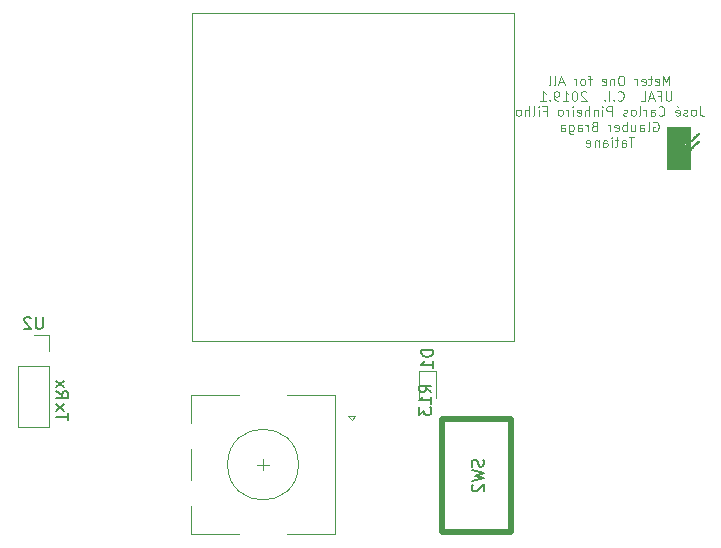
<source format=gbr>
G04 #@! TF.GenerationSoftware,KiCad,Pcbnew,(5.1.2)-1*
G04 #@! TF.CreationDate,2019-08-02T22:36:28-03:00*
G04 #@! TF.ProjectId,Medidor,4d656469-646f-4722-9e6b-696361645f70,rev?*
G04 #@! TF.SameCoordinates,Original*
G04 #@! TF.FileFunction,Legend,Bot*
G04 #@! TF.FilePolarity,Positive*
%FSLAX46Y46*%
G04 Gerber Fmt 4.6, Leading zero omitted, Abs format (unit mm)*
G04 Created by KiCad (PCBNEW (5.1.2)-1) date 2019-08-02 22:36:28*
%MOMM*%
%LPD*%
G04 APERTURE LIST*
%ADD10C,0.100000*%
%ADD11C,0.150000*%
%ADD12C,0.010000*%
%ADD13C,0.120000*%
%ADD14C,0.500000*%
G04 APERTURE END LIST*
D10*
X140448666Y-94586704D02*
X140448666Y-93786704D01*
X140182000Y-94358133D01*
X139915333Y-93786704D01*
X139915333Y-94586704D01*
X139229619Y-94548609D02*
X139305809Y-94586704D01*
X139458190Y-94586704D01*
X139534380Y-94548609D01*
X139572476Y-94472419D01*
X139572476Y-94167657D01*
X139534380Y-94091466D01*
X139458190Y-94053371D01*
X139305809Y-94053371D01*
X139229619Y-94091466D01*
X139191523Y-94167657D01*
X139191523Y-94243847D01*
X139572476Y-94320038D01*
X138962952Y-94053371D02*
X138658190Y-94053371D01*
X138848666Y-93786704D02*
X138848666Y-94472419D01*
X138810571Y-94548609D01*
X138734380Y-94586704D01*
X138658190Y-94586704D01*
X138086761Y-94548609D02*
X138162952Y-94586704D01*
X138315333Y-94586704D01*
X138391523Y-94548609D01*
X138429619Y-94472419D01*
X138429619Y-94167657D01*
X138391523Y-94091466D01*
X138315333Y-94053371D01*
X138162952Y-94053371D01*
X138086761Y-94091466D01*
X138048666Y-94167657D01*
X138048666Y-94243847D01*
X138429619Y-94320038D01*
X137705809Y-94586704D02*
X137705809Y-94053371D01*
X137705809Y-94205752D02*
X137667714Y-94129561D01*
X137629619Y-94091466D01*
X137553428Y-94053371D01*
X137477238Y-94053371D01*
X136448666Y-93786704D02*
X136296285Y-93786704D01*
X136220095Y-93824800D01*
X136143904Y-93900990D01*
X136105809Y-94053371D01*
X136105809Y-94320038D01*
X136143904Y-94472419D01*
X136220095Y-94548609D01*
X136296285Y-94586704D01*
X136448666Y-94586704D01*
X136524857Y-94548609D01*
X136601047Y-94472419D01*
X136639142Y-94320038D01*
X136639142Y-94053371D01*
X136601047Y-93900990D01*
X136524857Y-93824800D01*
X136448666Y-93786704D01*
X135762952Y-94053371D02*
X135762952Y-94586704D01*
X135762952Y-94129561D02*
X135724857Y-94091466D01*
X135648666Y-94053371D01*
X135534380Y-94053371D01*
X135458190Y-94091466D01*
X135420095Y-94167657D01*
X135420095Y-94586704D01*
X134734380Y-94548609D02*
X134810571Y-94586704D01*
X134962952Y-94586704D01*
X135039142Y-94548609D01*
X135077238Y-94472419D01*
X135077238Y-94167657D01*
X135039142Y-94091466D01*
X134962952Y-94053371D01*
X134810571Y-94053371D01*
X134734380Y-94091466D01*
X134696285Y-94167657D01*
X134696285Y-94243847D01*
X135077238Y-94320038D01*
X133858190Y-94053371D02*
X133553428Y-94053371D01*
X133743904Y-94586704D02*
X133743904Y-93900990D01*
X133705809Y-93824800D01*
X133629619Y-93786704D01*
X133553428Y-93786704D01*
X133172476Y-94586704D02*
X133248666Y-94548609D01*
X133286761Y-94510514D01*
X133324857Y-94434323D01*
X133324857Y-94205752D01*
X133286761Y-94129561D01*
X133248666Y-94091466D01*
X133172476Y-94053371D01*
X133058190Y-94053371D01*
X132982000Y-94091466D01*
X132943904Y-94129561D01*
X132905809Y-94205752D01*
X132905809Y-94434323D01*
X132943904Y-94510514D01*
X132982000Y-94548609D01*
X133058190Y-94586704D01*
X133172476Y-94586704D01*
X132562952Y-94586704D02*
X132562952Y-94053371D01*
X132562952Y-94205752D02*
X132524857Y-94129561D01*
X132486761Y-94091466D01*
X132410571Y-94053371D01*
X132334380Y-94053371D01*
X131496285Y-94358133D02*
X131115333Y-94358133D01*
X131572476Y-94586704D02*
X131305809Y-93786704D01*
X131039142Y-94586704D01*
X130658190Y-94586704D02*
X130734380Y-94548609D01*
X130772476Y-94472419D01*
X130772476Y-93786704D01*
X130239142Y-94586704D02*
X130315333Y-94548609D01*
X130353428Y-94472419D01*
X130353428Y-93786704D01*
X140601047Y-95086704D02*
X140601047Y-95734323D01*
X140562952Y-95810514D01*
X140524857Y-95848609D01*
X140448666Y-95886704D01*
X140296285Y-95886704D01*
X140220095Y-95848609D01*
X140182000Y-95810514D01*
X140143904Y-95734323D01*
X140143904Y-95086704D01*
X139496285Y-95467657D02*
X139762952Y-95467657D01*
X139762952Y-95886704D02*
X139762952Y-95086704D01*
X139382000Y-95086704D01*
X139115333Y-95658133D02*
X138734380Y-95658133D01*
X139191523Y-95886704D02*
X138924857Y-95086704D01*
X138658190Y-95886704D01*
X138010571Y-95886704D02*
X138391523Y-95886704D01*
X138391523Y-95086704D01*
X136067714Y-95810514D02*
X136105809Y-95848609D01*
X136220095Y-95886704D01*
X136296285Y-95886704D01*
X136410571Y-95848609D01*
X136486761Y-95772419D01*
X136524857Y-95696228D01*
X136562952Y-95543847D01*
X136562952Y-95429561D01*
X136524857Y-95277180D01*
X136486761Y-95200990D01*
X136410571Y-95124800D01*
X136296285Y-95086704D01*
X136220095Y-95086704D01*
X136105809Y-95124800D01*
X136067714Y-95162895D01*
X135724857Y-95810514D02*
X135686761Y-95848609D01*
X135724857Y-95886704D01*
X135762952Y-95848609D01*
X135724857Y-95810514D01*
X135724857Y-95886704D01*
X135343904Y-95886704D02*
X135343904Y-95086704D01*
X134962952Y-95810514D02*
X134924857Y-95848609D01*
X134962952Y-95886704D01*
X135001047Y-95848609D01*
X134962952Y-95810514D01*
X134962952Y-95886704D01*
X133401047Y-95162895D02*
X133362952Y-95124800D01*
X133286761Y-95086704D01*
X133096285Y-95086704D01*
X133020095Y-95124800D01*
X132982000Y-95162895D01*
X132943904Y-95239085D01*
X132943904Y-95315276D01*
X132982000Y-95429561D01*
X133439142Y-95886704D01*
X132943904Y-95886704D01*
X132448666Y-95086704D02*
X132372476Y-95086704D01*
X132296285Y-95124800D01*
X132258190Y-95162895D01*
X132220095Y-95239085D01*
X132182000Y-95391466D01*
X132182000Y-95581942D01*
X132220095Y-95734323D01*
X132258190Y-95810514D01*
X132296285Y-95848609D01*
X132372476Y-95886704D01*
X132448666Y-95886704D01*
X132524857Y-95848609D01*
X132562952Y-95810514D01*
X132601047Y-95734323D01*
X132639142Y-95581942D01*
X132639142Y-95391466D01*
X132601047Y-95239085D01*
X132562952Y-95162895D01*
X132524857Y-95124800D01*
X132448666Y-95086704D01*
X131420095Y-95886704D02*
X131877238Y-95886704D01*
X131648666Y-95886704D02*
X131648666Y-95086704D01*
X131724857Y-95200990D01*
X131801047Y-95277180D01*
X131877238Y-95315276D01*
X131039142Y-95886704D02*
X130886761Y-95886704D01*
X130810571Y-95848609D01*
X130772476Y-95810514D01*
X130696285Y-95696228D01*
X130658190Y-95543847D01*
X130658190Y-95239085D01*
X130696285Y-95162895D01*
X130734380Y-95124800D01*
X130810571Y-95086704D01*
X130962952Y-95086704D01*
X131039142Y-95124800D01*
X131077238Y-95162895D01*
X131115333Y-95239085D01*
X131115333Y-95429561D01*
X131077238Y-95505752D01*
X131039142Y-95543847D01*
X130962952Y-95581942D01*
X130810571Y-95581942D01*
X130734380Y-95543847D01*
X130696285Y-95505752D01*
X130658190Y-95429561D01*
X130315333Y-95810514D02*
X130277238Y-95848609D01*
X130315333Y-95886704D01*
X130353428Y-95848609D01*
X130315333Y-95810514D01*
X130315333Y-95886704D01*
X129515333Y-95886704D02*
X129972476Y-95886704D01*
X129743904Y-95886704D02*
X129743904Y-95086704D01*
X129820095Y-95200990D01*
X129896285Y-95277180D01*
X129972476Y-95315276D01*
X143039142Y-96386704D02*
X143039142Y-96958133D01*
X143077238Y-97072419D01*
X143153428Y-97148609D01*
X143267714Y-97186704D01*
X143343904Y-97186704D01*
X142543904Y-97186704D02*
X142620095Y-97148609D01*
X142658190Y-97110514D01*
X142696285Y-97034323D01*
X142696285Y-96805752D01*
X142658190Y-96729561D01*
X142620095Y-96691466D01*
X142543904Y-96653371D01*
X142429619Y-96653371D01*
X142353428Y-96691466D01*
X142315333Y-96729561D01*
X142277238Y-96805752D01*
X142277238Y-97034323D01*
X142315333Y-97110514D01*
X142353428Y-97148609D01*
X142429619Y-97186704D01*
X142543904Y-97186704D01*
X141972476Y-97148609D02*
X141896285Y-97186704D01*
X141743904Y-97186704D01*
X141667714Y-97148609D01*
X141629619Y-97072419D01*
X141629619Y-97034323D01*
X141667714Y-96958133D01*
X141743904Y-96920038D01*
X141858190Y-96920038D01*
X141934380Y-96881942D01*
X141972476Y-96805752D01*
X141972476Y-96767657D01*
X141934380Y-96691466D01*
X141858190Y-96653371D01*
X141743904Y-96653371D01*
X141667714Y-96691466D01*
X140982000Y-97148609D02*
X141058190Y-97186704D01*
X141210571Y-97186704D01*
X141286761Y-97148609D01*
X141324857Y-97072419D01*
X141324857Y-96767657D01*
X141286761Y-96691466D01*
X141210571Y-96653371D01*
X141058190Y-96653371D01*
X140982000Y-96691466D01*
X140943904Y-96767657D01*
X140943904Y-96843847D01*
X141324857Y-96920038D01*
X141058190Y-96348609D02*
X141172476Y-96462895D01*
X139534380Y-97110514D02*
X139572476Y-97148609D01*
X139686761Y-97186704D01*
X139762952Y-97186704D01*
X139877238Y-97148609D01*
X139953428Y-97072419D01*
X139991523Y-96996228D01*
X140029619Y-96843847D01*
X140029619Y-96729561D01*
X139991523Y-96577180D01*
X139953428Y-96500990D01*
X139877238Y-96424800D01*
X139762952Y-96386704D01*
X139686761Y-96386704D01*
X139572476Y-96424800D01*
X139534380Y-96462895D01*
X138848666Y-97186704D02*
X138848666Y-96767657D01*
X138886761Y-96691466D01*
X138962952Y-96653371D01*
X139115333Y-96653371D01*
X139191523Y-96691466D01*
X138848666Y-97148609D02*
X138924857Y-97186704D01*
X139115333Y-97186704D01*
X139191523Y-97148609D01*
X139229619Y-97072419D01*
X139229619Y-96996228D01*
X139191523Y-96920038D01*
X139115333Y-96881942D01*
X138924857Y-96881942D01*
X138848666Y-96843847D01*
X138467714Y-97186704D02*
X138467714Y-96653371D01*
X138467714Y-96805752D02*
X138429619Y-96729561D01*
X138391523Y-96691466D01*
X138315333Y-96653371D01*
X138239142Y-96653371D01*
X137858190Y-97186704D02*
X137934380Y-97148609D01*
X137972476Y-97072419D01*
X137972476Y-96386704D01*
X137439142Y-97186704D02*
X137515333Y-97148609D01*
X137553428Y-97110514D01*
X137591523Y-97034323D01*
X137591523Y-96805752D01*
X137553428Y-96729561D01*
X137515333Y-96691466D01*
X137439142Y-96653371D01*
X137324857Y-96653371D01*
X137248666Y-96691466D01*
X137210571Y-96729561D01*
X137172476Y-96805752D01*
X137172476Y-97034323D01*
X137210571Y-97110514D01*
X137248666Y-97148609D01*
X137324857Y-97186704D01*
X137439142Y-97186704D01*
X136867714Y-97148609D02*
X136791523Y-97186704D01*
X136639142Y-97186704D01*
X136562952Y-97148609D01*
X136524857Y-97072419D01*
X136524857Y-97034323D01*
X136562952Y-96958133D01*
X136639142Y-96920038D01*
X136753428Y-96920038D01*
X136829619Y-96881942D01*
X136867714Y-96805752D01*
X136867714Y-96767657D01*
X136829619Y-96691466D01*
X136753428Y-96653371D01*
X136639142Y-96653371D01*
X136562952Y-96691466D01*
X135572476Y-97186704D02*
X135572476Y-96386704D01*
X135267714Y-96386704D01*
X135191523Y-96424800D01*
X135153428Y-96462895D01*
X135115333Y-96539085D01*
X135115333Y-96653371D01*
X135153428Y-96729561D01*
X135191523Y-96767657D01*
X135267714Y-96805752D01*
X135572476Y-96805752D01*
X134772476Y-97186704D02*
X134772476Y-96653371D01*
X134772476Y-96386704D02*
X134810571Y-96424800D01*
X134772476Y-96462895D01*
X134734380Y-96424800D01*
X134772476Y-96386704D01*
X134772476Y-96462895D01*
X134391523Y-96653371D02*
X134391523Y-97186704D01*
X134391523Y-96729561D02*
X134353428Y-96691466D01*
X134277238Y-96653371D01*
X134162952Y-96653371D01*
X134086761Y-96691466D01*
X134048666Y-96767657D01*
X134048666Y-97186704D01*
X133667714Y-97186704D02*
X133667714Y-96386704D01*
X133324857Y-97186704D02*
X133324857Y-96767657D01*
X133362952Y-96691466D01*
X133439142Y-96653371D01*
X133553428Y-96653371D01*
X133629619Y-96691466D01*
X133667714Y-96729561D01*
X132639142Y-97148609D02*
X132715333Y-97186704D01*
X132867714Y-97186704D01*
X132943904Y-97148609D01*
X132982000Y-97072419D01*
X132982000Y-96767657D01*
X132943904Y-96691466D01*
X132867714Y-96653371D01*
X132715333Y-96653371D01*
X132639142Y-96691466D01*
X132601047Y-96767657D01*
X132601047Y-96843847D01*
X132982000Y-96920038D01*
X132258190Y-97186704D02*
X132258190Y-96653371D01*
X132258190Y-96386704D02*
X132296285Y-96424800D01*
X132258190Y-96462895D01*
X132220095Y-96424800D01*
X132258190Y-96386704D01*
X132258190Y-96462895D01*
X131877238Y-97186704D02*
X131877238Y-96653371D01*
X131877238Y-96805752D02*
X131839142Y-96729561D01*
X131801047Y-96691466D01*
X131724857Y-96653371D01*
X131648666Y-96653371D01*
X131267714Y-97186704D02*
X131343904Y-97148609D01*
X131382000Y-97110514D01*
X131420095Y-97034323D01*
X131420095Y-96805752D01*
X131382000Y-96729561D01*
X131343904Y-96691466D01*
X131267714Y-96653371D01*
X131153428Y-96653371D01*
X131077238Y-96691466D01*
X131039142Y-96729561D01*
X131001047Y-96805752D01*
X131001047Y-97034323D01*
X131039142Y-97110514D01*
X131077238Y-97148609D01*
X131153428Y-97186704D01*
X131267714Y-97186704D01*
X129782000Y-96767657D02*
X130048666Y-96767657D01*
X130048666Y-97186704D02*
X130048666Y-96386704D01*
X129667714Y-96386704D01*
X129362952Y-97186704D02*
X129362952Y-96653371D01*
X129362952Y-96386704D02*
X129401047Y-96424800D01*
X129362952Y-96462895D01*
X129324857Y-96424800D01*
X129362952Y-96386704D01*
X129362952Y-96462895D01*
X128867714Y-97186704D02*
X128943904Y-97148609D01*
X128982000Y-97072419D01*
X128982000Y-96386704D01*
X128562952Y-97186704D02*
X128562952Y-96386704D01*
X128220095Y-97186704D02*
X128220095Y-96767657D01*
X128258190Y-96691466D01*
X128334380Y-96653371D01*
X128448666Y-96653371D01*
X128524857Y-96691466D01*
X128562952Y-96729561D01*
X127724857Y-97186704D02*
X127801047Y-97148609D01*
X127839142Y-97110514D01*
X127877238Y-97034323D01*
X127877238Y-96805752D01*
X127839142Y-96729561D01*
X127801047Y-96691466D01*
X127724857Y-96653371D01*
X127610571Y-96653371D01*
X127534380Y-96691466D01*
X127496285Y-96729561D01*
X127458190Y-96805752D01*
X127458190Y-97034323D01*
X127496285Y-97110514D01*
X127534380Y-97148609D01*
X127610571Y-97186704D01*
X127724857Y-97186704D01*
X139096285Y-97724800D02*
X139172476Y-97686704D01*
X139286761Y-97686704D01*
X139401047Y-97724800D01*
X139477238Y-97800990D01*
X139515333Y-97877180D01*
X139553428Y-98029561D01*
X139553428Y-98143847D01*
X139515333Y-98296228D01*
X139477238Y-98372419D01*
X139401047Y-98448609D01*
X139286761Y-98486704D01*
X139210571Y-98486704D01*
X139096285Y-98448609D01*
X139058190Y-98410514D01*
X139058190Y-98143847D01*
X139210571Y-98143847D01*
X138601047Y-98486704D02*
X138677238Y-98448609D01*
X138715333Y-98372419D01*
X138715333Y-97686704D01*
X137953428Y-98486704D02*
X137953428Y-98067657D01*
X137991523Y-97991466D01*
X138067714Y-97953371D01*
X138220095Y-97953371D01*
X138296285Y-97991466D01*
X137953428Y-98448609D02*
X138029619Y-98486704D01*
X138220095Y-98486704D01*
X138296285Y-98448609D01*
X138334380Y-98372419D01*
X138334380Y-98296228D01*
X138296285Y-98220038D01*
X138220095Y-98181942D01*
X138029619Y-98181942D01*
X137953428Y-98143847D01*
X137229619Y-97953371D02*
X137229619Y-98486704D01*
X137572476Y-97953371D02*
X137572476Y-98372419D01*
X137534380Y-98448609D01*
X137458190Y-98486704D01*
X137343904Y-98486704D01*
X137267714Y-98448609D01*
X137229619Y-98410514D01*
X136848666Y-98486704D02*
X136848666Y-97686704D01*
X136848666Y-97991466D02*
X136772476Y-97953371D01*
X136620095Y-97953371D01*
X136543904Y-97991466D01*
X136505809Y-98029561D01*
X136467714Y-98105752D01*
X136467714Y-98334323D01*
X136505809Y-98410514D01*
X136543904Y-98448609D01*
X136620095Y-98486704D01*
X136772476Y-98486704D01*
X136848666Y-98448609D01*
X135820095Y-98448609D02*
X135896285Y-98486704D01*
X136048666Y-98486704D01*
X136124857Y-98448609D01*
X136162952Y-98372419D01*
X136162952Y-98067657D01*
X136124857Y-97991466D01*
X136048666Y-97953371D01*
X135896285Y-97953371D01*
X135820095Y-97991466D01*
X135782000Y-98067657D01*
X135782000Y-98143847D01*
X136162952Y-98220038D01*
X135439142Y-98486704D02*
X135439142Y-97953371D01*
X135439142Y-98105752D02*
X135401047Y-98029561D01*
X135362952Y-97991466D01*
X135286761Y-97953371D01*
X135210571Y-97953371D01*
X134067714Y-98067657D02*
X133953428Y-98105752D01*
X133915333Y-98143847D01*
X133877238Y-98220038D01*
X133877238Y-98334323D01*
X133915333Y-98410514D01*
X133953428Y-98448609D01*
X134029619Y-98486704D01*
X134334380Y-98486704D01*
X134334380Y-97686704D01*
X134067714Y-97686704D01*
X133991523Y-97724800D01*
X133953428Y-97762895D01*
X133915333Y-97839085D01*
X133915333Y-97915276D01*
X133953428Y-97991466D01*
X133991523Y-98029561D01*
X134067714Y-98067657D01*
X134334380Y-98067657D01*
X133534380Y-98486704D02*
X133534380Y-97953371D01*
X133534380Y-98105752D02*
X133496285Y-98029561D01*
X133458190Y-97991466D01*
X133382000Y-97953371D01*
X133305809Y-97953371D01*
X132696285Y-98486704D02*
X132696285Y-98067657D01*
X132734380Y-97991466D01*
X132810571Y-97953371D01*
X132962952Y-97953371D01*
X133039142Y-97991466D01*
X132696285Y-98448609D02*
X132772476Y-98486704D01*
X132962952Y-98486704D01*
X133039142Y-98448609D01*
X133077238Y-98372419D01*
X133077238Y-98296228D01*
X133039142Y-98220038D01*
X132962952Y-98181942D01*
X132772476Y-98181942D01*
X132696285Y-98143847D01*
X131972476Y-97953371D02*
X131972476Y-98600990D01*
X132010571Y-98677180D01*
X132048666Y-98715276D01*
X132124857Y-98753371D01*
X132239142Y-98753371D01*
X132315333Y-98715276D01*
X131972476Y-98448609D02*
X132048666Y-98486704D01*
X132201047Y-98486704D01*
X132277238Y-98448609D01*
X132315333Y-98410514D01*
X132353428Y-98334323D01*
X132353428Y-98105752D01*
X132315333Y-98029561D01*
X132277238Y-97991466D01*
X132201047Y-97953371D01*
X132048666Y-97953371D01*
X131972476Y-97991466D01*
X131248666Y-98486704D02*
X131248666Y-98067657D01*
X131286761Y-97991466D01*
X131362952Y-97953371D01*
X131515333Y-97953371D01*
X131591523Y-97991466D01*
X131248666Y-98448609D02*
X131324857Y-98486704D01*
X131515333Y-98486704D01*
X131591523Y-98448609D01*
X131629619Y-98372419D01*
X131629619Y-98296228D01*
X131591523Y-98220038D01*
X131515333Y-98181942D01*
X131324857Y-98181942D01*
X131248666Y-98143847D01*
X137458190Y-98986704D02*
X137001047Y-98986704D01*
X137229619Y-99786704D02*
X137229619Y-98986704D01*
X136391523Y-99786704D02*
X136391523Y-99367657D01*
X136429619Y-99291466D01*
X136505809Y-99253371D01*
X136658190Y-99253371D01*
X136734380Y-99291466D01*
X136391523Y-99748609D02*
X136467714Y-99786704D01*
X136658190Y-99786704D01*
X136734380Y-99748609D01*
X136772476Y-99672419D01*
X136772476Y-99596228D01*
X136734380Y-99520038D01*
X136658190Y-99481942D01*
X136467714Y-99481942D01*
X136391523Y-99443847D01*
X136124857Y-99253371D02*
X135820095Y-99253371D01*
X136010571Y-98986704D02*
X136010571Y-99672419D01*
X135972476Y-99748609D01*
X135896285Y-99786704D01*
X135820095Y-99786704D01*
X135553428Y-99786704D02*
X135553428Y-99253371D01*
X135553428Y-98986704D02*
X135591523Y-99024800D01*
X135553428Y-99062895D01*
X135515333Y-99024800D01*
X135553428Y-98986704D01*
X135553428Y-99062895D01*
X134829619Y-99786704D02*
X134829619Y-99367657D01*
X134867714Y-99291466D01*
X134943904Y-99253371D01*
X135096285Y-99253371D01*
X135172476Y-99291466D01*
X134829619Y-99748609D02*
X134905809Y-99786704D01*
X135096285Y-99786704D01*
X135172476Y-99748609D01*
X135210571Y-99672419D01*
X135210571Y-99596228D01*
X135172476Y-99520038D01*
X135096285Y-99481942D01*
X134905809Y-99481942D01*
X134829619Y-99443847D01*
X134448666Y-99253371D02*
X134448666Y-99786704D01*
X134448666Y-99329561D02*
X134410571Y-99291466D01*
X134334380Y-99253371D01*
X134220095Y-99253371D01*
X134143904Y-99291466D01*
X134105809Y-99367657D01*
X134105809Y-99786704D01*
X133420095Y-99748609D02*
X133496285Y-99786704D01*
X133648666Y-99786704D01*
X133724857Y-99748609D01*
X133762952Y-99672419D01*
X133762952Y-99367657D01*
X133724857Y-99291466D01*
X133648666Y-99253371D01*
X133496285Y-99253371D01*
X133420095Y-99291466D01*
X133382000Y-99367657D01*
X133382000Y-99443847D01*
X133762952Y-99520038D01*
D11*
X88549219Y-120516638D02*
X89025409Y-120849971D01*
X88549219Y-121088066D02*
X89549219Y-121088066D01*
X89549219Y-120707114D01*
X89501600Y-120611876D01*
X89453980Y-120564257D01*
X89358742Y-120516638D01*
X89215885Y-120516638D01*
X89120647Y-120564257D01*
X89073028Y-120611876D01*
X89025409Y-120707114D01*
X89025409Y-121088066D01*
X88549219Y-120183304D02*
X89215885Y-119659495D01*
X89215885Y-120183304D02*
X88549219Y-119659495D01*
X89549219Y-122953376D02*
X89549219Y-122381947D01*
X88549219Y-122667661D02*
X89549219Y-122667661D01*
X88549219Y-122143852D02*
X89215885Y-121620042D01*
X89215885Y-122143852D02*
X88549219Y-121620042D01*
D12*
G36*
X141792960Y-98755200D02*
G01*
X140563470Y-98755200D01*
X140566140Y-98397060D01*
X141179550Y-98395769D01*
X141792960Y-98394479D01*
X141792960Y-98755200D01*
X141792960Y-98755200D01*
G37*
X141792960Y-98755200D02*
X140563470Y-98755200D01*
X140566140Y-98397060D01*
X141179550Y-98395769D01*
X141792960Y-98394479D01*
X141792960Y-98755200D01*
G36*
X142036800Y-98902520D02*
G01*
X140319760Y-98902520D01*
X140319760Y-98328480D01*
X140497560Y-98328480D01*
X140497560Y-98821240D01*
X141859000Y-98821240D01*
X141859000Y-98328480D01*
X140497560Y-98328480D01*
X140319760Y-98328480D01*
X140319760Y-98247200D01*
X142036800Y-98247200D01*
X142036800Y-98902520D01*
X142036800Y-98902520D01*
G37*
X142036800Y-98902520D02*
X140319760Y-98902520D01*
X140319760Y-98328480D01*
X140497560Y-98328480D01*
X140497560Y-98821240D01*
X141859000Y-98821240D01*
X141859000Y-98328480D01*
X140497560Y-98328480D01*
X140319760Y-98328480D01*
X140319760Y-98247200D01*
X142036800Y-98247200D01*
X142036800Y-98902520D01*
G36*
X141315652Y-99392020D02*
G01*
X141334310Y-99397269D01*
X141358672Y-99406222D01*
X141385617Y-99417553D01*
X141412026Y-99429933D01*
X141434776Y-99442032D01*
X141438946Y-99444503D01*
X141499400Y-99486822D01*
X141551922Y-99535481D01*
X141596452Y-99590391D01*
X141632925Y-99651464D01*
X141661278Y-99718611D01*
X141679585Y-99783196D01*
X141685530Y-99821350D01*
X141688113Y-99865481D01*
X141687418Y-99912008D01*
X141683525Y-99957347D01*
X141676514Y-99997918D01*
X141674541Y-100005925D01*
X141651110Y-100076095D01*
X141619379Y-100140741D01*
X141579800Y-100199377D01*
X141532821Y-100251518D01*
X141478893Y-100296675D01*
X141418467Y-100334364D01*
X141351992Y-100364098D01*
X141338680Y-100368819D01*
X141321394Y-100374635D01*
X141308338Y-100378893D01*
X141302039Y-100380773D01*
X141301850Y-100380800D01*
X141301617Y-100375834D01*
X141301393Y-100361397D01*
X141301182Y-100338177D01*
X141300986Y-100306862D01*
X141300805Y-100268140D01*
X141300644Y-100222700D01*
X141300504Y-100171230D01*
X141300388Y-100114418D01*
X141300298Y-100052953D01*
X141300235Y-99987523D01*
X141300203Y-99918816D01*
X141300200Y-99884865D01*
X141300200Y-99388930D01*
X141315652Y-99392020D01*
X141315652Y-99392020D01*
G37*
X141315652Y-99392020D02*
X141334310Y-99397269D01*
X141358672Y-99406222D01*
X141385617Y-99417553D01*
X141412026Y-99429933D01*
X141434776Y-99442032D01*
X141438946Y-99444503D01*
X141499400Y-99486822D01*
X141551922Y-99535481D01*
X141596452Y-99590391D01*
X141632925Y-99651464D01*
X141661278Y-99718611D01*
X141679585Y-99783196D01*
X141685530Y-99821350D01*
X141688113Y-99865481D01*
X141687418Y-99912008D01*
X141683525Y-99957347D01*
X141676514Y-99997918D01*
X141674541Y-100005925D01*
X141651110Y-100076095D01*
X141619379Y-100140741D01*
X141579800Y-100199377D01*
X141532821Y-100251518D01*
X141478893Y-100296675D01*
X141418467Y-100334364D01*
X141351992Y-100364098D01*
X141338680Y-100368819D01*
X141321394Y-100374635D01*
X141308338Y-100378893D01*
X141302039Y-100380773D01*
X141301850Y-100380800D01*
X141301617Y-100375834D01*
X141301393Y-100361397D01*
X141301182Y-100338177D01*
X141300986Y-100306862D01*
X141300805Y-100268140D01*
X141300644Y-100222700D01*
X141300504Y-100171230D01*
X141300388Y-100114418D01*
X141300298Y-100052953D01*
X141300235Y-99987523D01*
X141300203Y-99918816D01*
X141300200Y-99884865D01*
X141300200Y-99388930D01*
X141315652Y-99392020D01*
G36*
X141050689Y-99391595D02*
G01*
X141051711Y-99396145D01*
X141052607Y-99404392D01*
X141053387Y-99416880D01*
X141054056Y-99434150D01*
X141054622Y-99456747D01*
X141055093Y-99485214D01*
X141055477Y-99520093D01*
X141055781Y-99561927D01*
X141056012Y-99611261D01*
X141056178Y-99668637D01*
X141056286Y-99734597D01*
X141056344Y-99809686D01*
X141056360Y-99885500D01*
X141056321Y-99955479D01*
X141056210Y-100022506D01*
X141056032Y-100085892D01*
X141055791Y-100144948D01*
X141055493Y-100198986D01*
X141055144Y-100247319D01*
X141054748Y-100289259D01*
X141054311Y-100324117D01*
X141053838Y-100351205D01*
X141053335Y-100369835D01*
X141052807Y-100379319D01*
X141052550Y-100380421D01*
X141046151Y-100378658D01*
X141033011Y-100374393D01*
X141015959Y-100368545D01*
X141015720Y-100368461D01*
X140948175Y-100339631D01*
X140886767Y-100302955D01*
X140831951Y-100259014D01*
X140784184Y-100208385D01*
X140743922Y-100151649D01*
X140711622Y-100089385D01*
X140687738Y-100022170D01*
X140672729Y-99950586D01*
X140670190Y-99929950D01*
X140668042Y-99861783D01*
X140675526Y-99794428D01*
X140692113Y-99728838D01*
X140717276Y-99665970D01*
X140750487Y-99606776D01*
X140791218Y-99552212D01*
X140838942Y-99503232D01*
X140893132Y-99460791D01*
X140947240Y-99428847D01*
X140969482Y-99418267D01*
X140993150Y-99408179D01*
X141015746Y-99399528D01*
X141034772Y-99393256D01*
X141047730Y-99390308D01*
X141049535Y-99390200D01*
X141050689Y-99391595D01*
X141050689Y-99391595D01*
G37*
X141050689Y-99391595D02*
X141051711Y-99396145D01*
X141052607Y-99404392D01*
X141053387Y-99416880D01*
X141054056Y-99434150D01*
X141054622Y-99456747D01*
X141055093Y-99485214D01*
X141055477Y-99520093D01*
X141055781Y-99561927D01*
X141056012Y-99611261D01*
X141056178Y-99668637D01*
X141056286Y-99734597D01*
X141056344Y-99809686D01*
X141056360Y-99885500D01*
X141056321Y-99955479D01*
X141056210Y-100022506D01*
X141056032Y-100085892D01*
X141055791Y-100144948D01*
X141055493Y-100198986D01*
X141055144Y-100247319D01*
X141054748Y-100289259D01*
X141054311Y-100324117D01*
X141053838Y-100351205D01*
X141053335Y-100369835D01*
X141052807Y-100379319D01*
X141052550Y-100380421D01*
X141046151Y-100378658D01*
X141033011Y-100374393D01*
X141015959Y-100368545D01*
X141015720Y-100368461D01*
X140948175Y-100339631D01*
X140886767Y-100302955D01*
X140831951Y-100259014D01*
X140784184Y-100208385D01*
X140743922Y-100151649D01*
X140711622Y-100089385D01*
X140687738Y-100022170D01*
X140672729Y-99950586D01*
X140670190Y-99929950D01*
X140668042Y-99861783D01*
X140675526Y-99794428D01*
X140692113Y-99728838D01*
X140717276Y-99665970D01*
X140750487Y-99606776D01*
X140791218Y-99552212D01*
X140838942Y-99503232D01*
X140893132Y-99460791D01*
X140947240Y-99428847D01*
X140969482Y-99418267D01*
X140993150Y-99408179D01*
X141015746Y-99399528D01*
X141034772Y-99393256D01*
X141047730Y-99390308D01*
X141049535Y-99390200D01*
X141050689Y-99391595D01*
G36*
X141341575Y-99276357D02*
G01*
X141416269Y-99301453D01*
X141486264Y-99335226D01*
X141550993Y-99377072D01*
X141609888Y-99426386D01*
X141662382Y-99482565D01*
X141707908Y-99545002D01*
X141745899Y-99613094D01*
X141775787Y-99686236D01*
X141796414Y-99761040D01*
X141801754Y-99795550D01*
X141804916Y-99836866D01*
X141805929Y-99881874D01*
X141804820Y-99927462D01*
X141801620Y-99970517D01*
X141796355Y-100007926D01*
X141794050Y-100019019D01*
X141771287Y-100095908D01*
X141739698Y-100168496D01*
X141699820Y-100236091D01*
X141652189Y-100298001D01*
X141597342Y-100353533D01*
X141535813Y-100401996D01*
X141468139Y-100442696D01*
X141464539Y-100444548D01*
X141433087Y-100459135D01*
X141396829Y-100473632D01*
X141359665Y-100486628D01*
X141325495Y-100496710D01*
X141310867Y-100500193D01*
X141299564Y-100501987D01*
X141295821Y-100500136D01*
X141296897Y-100495255D01*
X141299196Y-100484293D01*
X141300198Y-100469665D01*
X141300200Y-100469125D01*
X141301851Y-100456867D01*
X141305894Y-100449974D01*
X141306550Y-100449683D01*
X141369465Y-100428895D01*
X141424040Y-100406740D01*
X141472087Y-100382198D01*
X141515419Y-100354252D01*
X141555850Y-100321884D01*
X141587555Y-100291887D01*
X141637865Y-100234240D01*
X141679447Y-100172082D01*
X141712221Y-100106235D01*
X141736108Y-100037518D01*
X141751029Y-99966752D01*
X141756904Y-99894759D01*
X141753654Y-99822358D01*
X141741200Y-99750371D01*
X141719463Y-99679618D01*
X141688362Y-99610919D01*
X141658277Y-99560380D01*
X141640230Y-99536081D01*
X141616413Y-99508222D01*
X141589217Y-99479297D01*
X141561031Y-99451801D01*
X141534243Y-99428230D01*
X141523880Y-99420022D01*
X141495330Y-99400683D01*
X141460245Y-99380499D01*
X141421940Y-99361120D01*
X141383727Y-99344198D01*
X141348921Y-99331383D01*
X141341217Y-99329037D01*
X141321229Y-99323078D01*
X141309080Y-99318524D01*
X141302815Y-99314071D01*
X141300482Y-99308417D01*
X141300130Y-99301622D01*
X141299074Y-99286289D01*
X141297056Y-99274853D01*
X141294051Y-99263646D01*
X141341575Y-99276357D01*
X141341575Y-99276357D01*
G37*
X141341575Y-99276357D02*
X141416269Y-99301453D01*
X141486264Y-99335226D01*
X141550993Y-99377072D01*
X141609888Y-99426386D01*
X141662382Y-99482565D01*
X141707908Y-99545002D01*
X141745899Y-99613094D01*
X141775787Y-99686236D01*
X141796414Y-99761040D01*
X141801754Y-99795550D01*
X141804916Y-99836866D01*
X141805929Y-99881874D01*
X141804820Y-99927462D01*
X141801620Y-99970517D01*
X141796355Y-100007926D01*
X141794050Y-100019019D01*
X141771287Y-100095908D01*
X141739698Y-100168496D01*
X141699820Y-100236091D01*
X141652189Y-100298001D01*
X141597342Y-100353533D01*
X141535813Y-100401996D01*
X141468139Y-100442696D01*
X141464539Y-100444548D01*
X141433087Y-100459135D01*
X141396829Y-100473632D01*
X141359665Y-100486628D01*
X141325495Y-100496710D01*
X141310867Y-100500193D01*
X141299564Y-100501987D01*
X141295821Y-100500136D01*
X141296897Y-100495255D01*
X141299196Y-100484293D01*
X141300198Y-100469665D01*
X141300200Y-100469125D01*
X141301851Y-100456867D01*
X141305894Y-100449974D01*
X141306550Y-100449683D01*
X141369465Y-100428895D01*
X141424040Y-100406740D01*
X141472087Y-100382198D01*
X141515419Y-100354252D01*
X141555850Y-100321884D01*
X141587555Y-100291887D01*
X141637865Y-100234240D01*
X141679447Y-100172082D01*
X141712221Y-100106235D01*
X141736108Y-100037518D01*
X141751029Y-99966752D01*
X141756904Y-99894759D01*
X141753654Y-99822358D01*
X141741200Y-99750371D01*
X141719463Y-99679618D01*
X141688362Y-99610919D01*
X141658277Y-99560380D01*
X141640230Y-99536081D01*
X141616413Y-99508222D01*
X141589217Y-99479297D01*
X141561031Y-99451801D01*
X141534243Y-99428230D01*
X141523880Y-99420022D01*
X141495330Y-99400683D01*
X141460245Y-99380499D01*
X141421940Y-99361120D01*
X141383727Y-99344198D01*
X141348921Y-99331383D01*
X141341217Y-99329037D01*
X141321229Y-99323078D01*
X141309080Y-99318524D01*
X141302815Y-99314071D01*
X141300482Y-99308417D01*
X141300130Y-99301622D01*
X141299074Y-99286289D01*
X141297056Y-99274853D01*
X141294051Y-99263646D01*
X141341575Y-99276357D01*
G36*
X141059503Y-99274853D02*
G01*
X141057243Y-99288399D01*
X141056429Y-99301622D01*
X141055926Y-99309276D01*
X141053211Y-99314649D01*
X141046350Y-99319012D01*
X141033409Y-99323636D01*
X141014450Y-99329221D01*
X140979930Y-99341149D01*
X140941148Y-99357838D01*
X140901590Y-99377542D01*
X140864746Y-99398517D01*
X140834102Y-99419020D01*
X140832580Y-99420164D01*
X140804953Y-99443148D01*
X140775161Y-99471371D01*
X140745898Y-99502020D01*
X140719862Y-99532286D01*
X140701253Y-99557113D01*
X140666560Y-99616090D01*
X140638273Y-99680563D01*
X140617127Y-99748177D01*
X140603855Y-99816578D01*
X140599190Y-99883412D01*
X140599189Y-99884597D01*
X140602259Y-99936591D01*
X140610844Y-99992133D01*
X140624133Y-100047724D01*
X140641313Y-100099861D01*
X140658026Y-100138164D01*
X140695532Y-100202220D01*
X140740919Y-100261060D01*
X140793173Y-100313825D01*
X140851280Y-100359657D01*
X140914226Y-100397698D01*
X140980998Y-100427088D01*
X141010640Y-100436854D01*
X141029069Y-100442588D01*
X141043500Y-100447575D01*
X141051325Y-100450900D01*
X141051891Y-100451309D01*
X141054348Y-100457831D01*
X141057001Y-100470801D01*
X141058144Y-100478590D01*
X141059562Y-100490437D01*
X141059119Y-100497843D01*
X141055235Y-100501149D01*
X141046332Y-100500696D01*
X141030828Y-100496827D01*
X141007147Y-100489882D01*
X141006624Y-100489727D01*
X140930404Y-100462104D01*
X140859683Y-100426205D01*
X140794932Y-100382583D01*
X140736621Y-100331790D01*
X140685219Y-100274379D01*
X140641196Y-100210902D01*
X140605023Y-100141911D01*
X140577170Y-100067960D01*
X140558107Y-99989599D01*
X140552979Y-99956620D01*
X140548972Y-99896045D01*
X140551740Y-99831328D01*
X140560920Y-99765555D01*
X140576150Y-99701813D01*
X140586663Y-99669600D01*
X140617782Y-99598096D01*
X140657414Y-99531462D01*
X140704820Y-99470376D01*
X140759258Y-99415515D01*
X140819987Y-99367558D01*
X140886265Y-99327182D01*
X140957351Y-99295066D01*
X141017069Y-99275807D01*
X141062508Y-99263646D01*
X141059503Y-99274853D01*
X141059503Y-99274853D01*
G37*
X141059503Y-99274853D02*
X141057243Y-99288399D01*
X141056429Y-99301622D01*
X141055926Y-99309276D01*
X141053211Y-99314649D01*
X141046350Y-99319012D01*
X141033409Y-99323636D01*
X141014450Y-99329221D01*
X140979930Y-99341149D01*
X140941148Y-99357838D01*
X140901590Y-99377542D01*
X140864746Y-99398517D01*
X140834102Y-99419020D01*
X140832580Y-99420164D01*
X140804953Y-99443148D01*
X140775161Y-99471371D01*
X140745898Y-99502020D01*
X140719862Y-99532286D01*
X140701253Y-99557113D01*
X140666560Y-99616090D01*
X140638273Y-99680563D01*
X140617127Y-99748177D01*
X140603855Y-99816578D01*
X140599190Y-99883412D01*
X140599189Y-99884597D01*
X140602259Y-99936591D01*
X140610844Y-99992133D01*
X140624133Y-100047724D01*
X140641313Y-100099861D01*
X140658026Y-100138164D01*
X140695532Y-100202220D01*
X140740919Y-100261060D01*
X140793173Y-100313825D01*
X140851280Y-100359657D01*
X140914226Y-100397698D01*
X140980998Y-100427088D01*
X141010640Y-100436854D01*
X141029069Y-100442588D01*
X141043500Y-100447575D01*
X141051325Y-100450900D01*
X141051891Y-100451309D01*
X141054348Y-100457831D01*
X141057001Y-100470801D01*
X141058144Y-100478590D01*
X141059562Y-100490437D01*
X141059119Y-100497843D01*
X141055235Y-100501149D01*
X141046332Y-100500696D01*
X141030828Y-100496827D01*
X141007147Y-100489882D01*
X141006624Y-100489727D01*
X140930404Y-100462104D01*
X140859683Y-100426205D01*
X140794932Y-100382583D01*
X140736621Y-100331790D01*
X140685219Y-100274379D01*
X140641196Y-100210902D01*
X140605023Y-100141911D01*
X140577170Y-100067960D01*
X140558107Y-99989599D01*
X140552979Y-99956620D01*
X140548972Y-99896045D01*
X140551740Y-99831328D01*
X140560920Y-99765555D01*
X140576150Y-99701813D01*
X140586663Y-99669600D01*
X140617782Y-99598096D01*
X140657414Y-99531462D01*
X140704820Y-99470376D01*
X140759258Y-99415515D01*
X140819987Y-99367558D01*
X140886265Y-99327182D01*
X140957351Y-99295066D01*
X141017069Y-99275807D01*
X141062508Y-99263646D01*
X141059503Y-99274853D01*
G36*
X141206355Y-99262489D02*
G01*
X141222258Y-99277073D01*
X141224581Y-99280575D01*
X141226035Y-99283250D01*
X141227332Y-99286619D01*
X141228484Y-99291238D01*
X141229497Y-99297665D01*
X141230382Y-99306459D01*
X141231146Y-99318177D01*
X141231799Y-99333376D01*
X141232349Y-99352615D01*
X141232806Y-99376451D01*
X141233177Y-99405442D01*
X141233472Y-99440147D01*
X141233700Y-99481122D01*
X141233869Y-99528925D01*
X141233988Y-99584115D01*
X141234066Y-99647249D01*
X141234111Y-99718885D01*
X141234133Y-99799581D01*
X141234141Y-99887278D01*
X141234160Y-100478336D01*
X141216888Y-100495608D01*
X141197062Y-100509616D01*
X141176187Y-100513671D01*
X141155239Y-100507739D01*
X141141530Y-100498057D01*
X141124940Y-100483234D01*
X141123653Y-99889727D01*
X141123461Y-99799559D01*
X141123302Y-99718994D01*
X141123185Y-99647474D01*
X141123118Y-99584441D01*
X141123107Y-99529337D01*
X141123162Y-99481605D01*
X141123290Y-99440687D01*
X141123500Y-99406025D01*
X141123798Y-99377062D01*
X141124193Y-99353241D01*
X141124693Y-99334003D01*
X141125305Y-99318791D01*
X141126038Y-99307047D01*
X141126900Y-99298214D01*
X141127898Y-99291733D01*
X141129040Y-99287049D01*
X141130335Y-99283602D01*
X141131790Y-99280835D01*
X141132300Y-99279986D01*
X141147214Y-99264204D01*
X141166250Y-99256038D01*
X141186825Y-99255472D01*
X141206355Y-99262489D01*
X141206355Y-99262489D01*
G37*
X141206355Y-99262489D02*
X141222258Y-99277073D01*
X141224581Y-99280575D01*
X141226035Y-99283250D01*
X141227332Y-99286619D01*
X141228484Y-99291238D01*
X141229497Y-99297665D01*
X141230382Y-99306459D01*
X141231146Y-99318177D01*
X141231799Y-99333376D01*
X141232349Y-99352615D01*
X141232806Y-99376451D01*
X141233177Y-99405442D01*
X141233472Y-99440147D01*
X141233700Y-99481122D01*
X141233869Y-99528925D01*
X141233988Y-99584115D01*
X141234066Y-99647249D01*
X141234111Y-99718885D01*
X141234133Y-99799581D01*
X141234141Y-99887278D01*
X141234160Y-100478336D01*
X141216888Y-100495608D01*
X141197062Y-100509616D01*
X141176187Y-100513671D01*
X141155239Y-100507739D01*
X141141530Y-100498057D01*
X141124940Y-100483234D01*
X141123653Y-99889727D01*
X141123461Y-99799559D01*
X141123302Y-99718994D01*
X141123185Y-99647474D01*
X141123118Y-99584441D01*
X141123107Y-99529337D01*
X141123162Y-99481605D01*
X141123290Y-99440687D01*
X141123500Y-99406025D01*
X141123798Y-99377062D01*
X141124193Y-99353241D01*
X141124693Y-99334003D01*
X141125305Y-99318791D01*
X141126038Y-99307047D01*
X141126900Y-99298214D01*
X141127898Y-99291733D01*
X141129040Y-99287049D01*
X141130335Y-99283602D01*
X141131790Y-99280835D01*
X141132300Y-99279986D01*
X141147214Y-99264204D01*
X141166250Y-99256038D01*
X141186825Y-99255472D01*
X141206355Y-99262489D01*
G36*
X141895146Y-100655590D02*
G01*
X141914851Y-100669431D01*
X141918227Y-100672691D01*
X141929506Y-100686032D01*
X141934394Y-100698941D01*
X141935200Y-100710744D01*
X141933268Y-100728402D01*
X141928516Y-100744562D01*
X141927494Y-100746726D01*
X141913800Y-100762973D01*
X141894255Y-100773330D01*
X141871828Y-100776951D01*
X141849488Y-100772991D01*
X141843912Y-100770541D01*
X141832902Y-100762183D01*
X141821531Y-100749535D01*
X141819345Y-100746485D01*
X141810325Y-100725132D01*
X141810244Y-100703056D01*
X141818309Y-100682454D01*
X141833727Y-100665521D01*
X141852165Y-100655602D01*
X141874912Y-100651152D01*
X141895146Y-100655590D01*
X141895146Y-100655590D01*
G37*
X141895146Y-100655590D02*
X141914851Y-100669431D01*
X141918227Y-100672691D01*
X141929506Y-100686032D01*
X141934394Y-100698941D01*
X141935200Y-100710744D01*
X141933268Y-100728402D01*
X141928516Y-100744562D01*
X141927494Y-100746726D01*
X141913800Y-100762973D01*
X141894255Y-100773330D01*
X141871828Y-100776951D01*
X141849488Y-100772991D01*
X141843912Y-100770541D01*
X141832902Y-100762183D01*
X141821531Y-100749535D01*
X141819345Y-100746485D01*
X141810325Y-100725132D01*
X141810244Y-100703056D01*
X141818309Y-100682454D01*
X141833727Y-100665521D01*
X141852165Y-100655602D01*
X141874912Y-100651152D01*
X141895146Y-100655590D01*
G36*
X140515038Y-100622980D02*
G01*
X140521359Y-100624951D01*
X140540090Y-100635926D01*
X140557830Y-100652785D01*
X140570989Y-100671824D01*
X140574294Y-100679598D01*
X140580014Y-100711125D01*
X140576488Y-100740832D01*
X140564304Y-100767225D01*
X140544051Y-100788806D01*
X140527116Y-100799408D01*
X140501814Y-100809265D01*
X140478575Y-100811453D01*
X140453239Y-100806336D01*
X140452079Y-100805971D01*
X140428074Y-100793312D01*
X140408618Y-100773396D01*
X140394970Y-100748573D01*
X140388387Y-100721198D01*
X140390128Y-100693624D01*
X140390733Y-100691223D01*
X140400565Y-100668988D01*
X140416414Y-100647997D01*
X140435326Y-100631761D01*
X140445247Y-100626423D01*
X140466657Y-100621067D01*
X140491758Y-100619884D01*
X140515038Y-100622980D01*
X140515038Y-100622980D01*
G37*
X140515038Y-100622980D02*
X140521359Y-100624951D01*
X140540090Y-100635926D01*
X140557830Y-100652785D01*
X140570989Y-100671824D01*
X140574294Y-100679598D01*
X140580014Y-100711125D01*
X140576488Y-100740832D01*
X140564304Y-100767225D01*
X140544051Y-100788806D01*
X140527116Y-100799408D01*
X140501814Y-100809265D01*
X140478575Y-100811453D01*
X140453239Y-100806336D01*
X140452079Y-100805971D01*
X140428074Y-100793312D01*
X140408618Y-100773396D01*
X140394970Y-100748573D01*
X140388387Y-100721198D01*
X140390128Y-100693624D01*
X140390733Y-100691223D01*
X140400565Y-100668988D01*
X140416414Y-100647997D01*
X140435326Y-100631761D01*
X140445247Y-100626423D01*
X140466657Y-100621067D01*
X140491758Y-100619884D01*
X140515038Y-100622980D01*
G36*
X141890927Y-101020745D02*
G01*
X141895303Y-101022430D01*
X141916284Y-101035224D01*
X141928867Y-101052992D01*
X141933826Y-101073172D01*
X141932321Y-101097704D01*
X141923093Y-101117968D01*
X141907979Y-101132993D01*
X141888818Y-101141812D01*
X141867446Y-101143456D01*
X141845702Y-101136955D01*
X141831394Y-101127171D01*
X141816655Y-101108765D01*
X141810288Y-101088482D01*
X141811275Y-101067991D01*
X141818599Y-101048958D01*
X141831244Y-101033050D01*
X141848191Y-101021934D01*
X141868425Y-101017277D01*
X141890927Y-101020745D01*
X141890927Y-101020745D01*
G37*
X141890927Y-101020745D02*
X141895303Y-101022430D01*
X141916284Y-101035224D01*
X141928867Y-101052992D01*
X141933826Y-101073172D01*
X141932321Y-101097704D01*
X141923093Y-101117968D01*
X141907979Y-101132993D01*
X141888818Y-101141812D01*
X141867446Y-101143456D01*
X141845702Y-101136955D01*
X141831394Y-101127171D01*
X141816655Y-101108765D01*
X141810288Y-101088482D01*
X141811275Y-101067991D01*
X141818599Y-101048958D01*
X141831244Y-101033050D01*
X141848191Y-101021934D01*
X141868425Y-101017277D01*
X141890927Y-101020745D01*
G36*
X141893835Y-101387422D02*
G01*
X141904723Y-101391722D01*
X141918234Y-101403668D01*
X141928995Y-101421617D01*
X141934747Y-101441422D01*
X141935162Y-101447600D01*
X141930763Y-101471915D01*
X141918780Y-101491233D01*
X141901033Y-101504403D01*
X141879343Y-101510272D01*
X141855529Y-101507689D01*
X141845914Y-101504076D01*
X141825565Y-101489806D01*
X141813091Y-101470286D01*
X141809186Y-101447453D01*
X141814542Y-101423240D01*
X141815902Y-101420204D01*
X141829290Y-101402931D01*
X141848775Y-101391057D01*
X141871307Y-101385562D01*
X141893835Y-101387422D01*
X141893835Y-101387422D01*
G37*
X141893835Y-101387422D02*
X141904723Y-101391722D01*
X141918234Y-101403668D01*
X141928995Y-101421617D01*
X141934747Y-101441422D01*
X141935162Y-101447600D01*
X141930763Y-101471915D01*
X141918780Y-101491233D01*
X141901033Y-101504403D01*
X141879343Y-101510272D01*
X141855529Y-101507689D01*
X141845914Y-101504076D01*
X141825565Y-101489806D01*
X141813091Y-101470286D01*
X141809186Y-101447453D01*
X141814542Y-101423240D01*
X141815902Y-101420204D01*
X141829290Y-101402931D01*
X141848775Y-101391057D01*
X141871307Y-101385562D01*
X141893835Y-101387422D01*
G36*
X142879880Y-98640980D02*
G01*
X142896306Y-98649092D01*
X142912055Y-98663407D01*
X142923487Y-98680409D01*
X142925299Y-98684827D01*
X142926530Y-98689403D01*
X142926416Y-98694183D01*
X142924254Y-98700110D01*
X142919343Y-98708127D01*
X142910979Y-98719176D01*
X142898460Y-98734201D01*
X142881084Y-98754143D01*
X142858148Y-98779946D01*
X142835931Y-98804765D01*
X142811364Y-98832181D01*
X142789123Y-98857017D01*
X142770075Y-98878299D01*
X142755091Y-98895057D01*
X142745041Y-98906317D01*
X142740794Y-98911108D01*
X142740715Y-98911204D01*
X142737031Y-98908296D01*
X142727594Y-98899595D01*
X142713858Y-98886467D01*
X142698252Y-98871242D01*
X142681812Y-98854925D01*
X142668427Y-98841375D01*
X142659535Y-98832066D01*
X142656560Y-98828504D01*
X142660185Y-98824803D01*
X142670422Y-98815206D01*
X142686308Y-98800595D01*
X142706881Y-98781847D01*
X142731180Y-98759843D01*
X142758244Y-98735462D01*
X142761770Y-98732294D01*
X142793218Y-98704153D01*
X142818102Y-98682197D01*
X142837327Y-98665725D01*
X142851801Y-98654036D01*
X142862429Y-98646428D01*
X142870118Y-98642202D01*
X142875774Y-98640657D01*
X142879880Y-98640980D01*
X142879880Y-98640980D01*
G37*
X142879880Y-98640980D02*
X142896306Y-98649092D01*
X142912055Y-98663407D01*
X142923487Y-98680409D01*
X142925299Y-98684827D01*
X142926530Y-98689403D01*
X142926416Y-98694183D01*
X142924254Y-98700110D01*
X142919343Y-98708127D01*
X142910979Y-98719176D01*
X142898460Y-98734201D01*
X142881084Y-98754143D01*
X142858148Y-98779946D01*
X142835931Y-98804765D01*
X142811364Y-98832181D01*
X142789123Y-98857017D01*
X142770075Y-98878299D01*
X142755091Y-98895057D01*
X142745041Y-98906317D01*
X142740794Y-98911108D01*
X142740715Y-98911204D01*
X142737031Y-98908296D01*
X142727594Y-98899595D01*
X142713858Y-98886467D01*
X142698252Y-98871242D01*
X142681812Y-98854925D01*
X142668427Y-98841375D01*
X142659535Y-98832066D01*
X142656560Y-98828504D01*
X142660185Y-98824803D01*
X142670422Y-98815206D01*
X142686308Y-98800595D01*
X142706881Y-98781847D01*
X142731180Y-98759843D01*
X142758244Y-98735462D01*
X142761770Y-98732294D01*
X142793218Y-98704153D01*
X142818102Y-98682197D01*
X142837327Y-98665725D01*
X142851801Y-98654036D01*
X142862429Y-98646428D01*
X142870118Y-98642202D01*
X142875774Y-98640657D01*
X142879880Y-98640980D01*
G36*
X142649336Y-98918154D02*
G01*
X142691844Y-98960441D01*
X142528152Y-99120488D01*
X142490998Y-99156822D01*
X142453292Y-99193711D01*
X142416255Y-99229960D01*
X142381106Y-99264373D01*
X142349067Y-99295756D01*
X142321357Y-99322913D01*
X142299199Y-99344650D01*
X142292070Y-99351650D01*
X142219680Y-99422766D01*
X142219680Y-99271335D01*
X142276908Y-99212657D01*
X142294042Y-99195111D01*
X142317025Y-99171604D01*
X142344593Y-99143429D01*
X142375481Y-99111879D01*
X142408424Y-99078245D01*
X142442156Y-99043819D01*
X142470483Y-99014923D01*
X142606828Y-98875866D01*
X142649336Y-98918154D01*
X142649336Y-98918154D01*
G37*
X142649336Y-98918154D02*
X142691844Y-98960441D01*
X142528152Y-99120488D01*
X142490998Y-99156822D01*
X142453292Y-99193711D01*
X142416255Y-99229960D01*
X142381106Y-99264373D01*
X142349067Y-99295756D01*
X142321357Y-99322913D01*
X142299199Y-99344650D01*
X142292070Y-99351650D01*
X142219680Y-99422766D01*
X142219680Y-99271335D01*
X142276908Y-99212657D01*
X142294042Y-99195111D01*
X142317025Y-99171604D01*
X142344593Y-99143429D01*
X142375481Y-99111879D01*
X142408424Y-99078245D01*
X142442156Y-99043819D01*
X142470483Y-99014923D01*
X142606828Y-98875866D01*
X142649336Y-98918154D01*
G36*
X142878886Y-99280821D02*
G01*
X142879380Y-99280934D01*
X142896224Y-99289179D01*
X142912214Y-99303631D01*
X142923633Y-99320747D01*
X142925206Y-99324641D01*
X142926379Y-99329148D01*
X142926168Y-99333936D01*
X142923873Y-99339939D01*
X142918795Y-99348089D01*
X142910232Y-99359320D01*
X142897485Y-99374566D01*
X142879853Y-99394761D01*
X142856635Y-99420838D01*
X142834666Y-99445340D01*
X142739143Y-99551742D01*
X142697301Y-99509682D01*
X142655460Y-99467622D01*
X142677600Y-99447475D01*
X142720151Y-99408797D01*
X142755879Y-99376452D01*
X142785443Y-99349898D01*
X142809498Y-99328592D01*
X142828703Y-99311991D01*
X142843715Y-99299554D01*
X142855191Y-99290737D01*
X142863789Y-99284997D01*
X142870166Y-99281793D01*
X142874979Y-99280582D01*
X142878886Y-99280821D01*
X142878886Y-99280821D01*
G37*
X142878886Y-99280821D02*
X142879380Y-99280934D01*
X142896224Y-99289179D01*
X142912214Y-99303631D01*
X142923633Y-99320747D01*
X142925206Y-99324641D01*
X142926379Y-99329148D01*
X142926168Y-99333936D01*
X142923873Y-99339939D01*
X142918795Y-99348089D01*
X142910232Y-99359320D01*
X142897485Y-99374566D01*
X142879853Y-99394761D01*
X142856635Y-99420838D01*
X142834666Y-99445340D01*
X142739143Y-99551742D01*
X142697301Y-99509682D01*
X142655460Y-99467622D01*
X142677600Y-99447475D01*
X142720151Y-99408797D01*
X142755879Y-99376452D01*
X142785443Y-99349898D01*
X142809498Y-99328592D01*
X142828703Y-99311991D01*
X142843715Y-99299554D01*
X142855191Y-99290737D01*
X142863789Y-99284997D01*
X142870166Y-99281793D01*
X142874979Y-99280582D01*
X142878886Y-99280821D01*
G36*
X142609559Y-99521327D02*
G01*
X142619890Y-99530143D01*
X142634178Y-99543502D01*
X142649957Y-99559081D01*
X142691447Y-99601020D01*
X142460172Y-99827080D01*
X142419787Y-99866511D01*
X142381501Y-99903809D01*
X142345938Y-99938372D01*
X142313724Y-99969595D01*
X142285483Y-99996877D01*
X142261838Y-100019614D01*
X142243416Y-100037203D01*
X142230840Y-100049040D01*
X142224735Y-100054523D01*
X142224288Y-100054833D01*
X142222587Y-100050681D01*
X142221190Y-100037918D01*
X142220199Y-100018094D01*
X142219712Y-99992756D01*
X142219680Y-99983656D01*
X142219680Y-99910787D01*
X142410336Y-99715263D01*
X142446485Y-99678237D01*
X142480530Y-99643455D01*
X142511807Y-99611588D01*
X142539653Y-99583309D01*
X142563406Y-99559288D01*
X142582401Y-99540197D01*
X142595976Y-99526707D01*
X142603468Y-99519490D01*
X142604730Y-99518441D01*
X142609559Y-99521327D01*
X142609559Y-99521327D01*
G37*
X142609559Y-99521327D02*
X142619890Y-99530143D01*
X142634178Y-99543502D01*
X142649957Y-99559081D01*
X142691447Y-99601020D01*
X142460172Y-99827080D01*
X142419787Y-99866511D01*
X142381501Y-99903809D01*
X142345938Y-99938372D01*
X142313724Y-99969595D01*
X142285483Y-99996877D01*
X142261838Y-100019614D01*
X142243416Y-100037203D01*
X142230840Y-100049040D01*
X142224735Y-100054523D01*
X142224288Y-100054833D01*
X142222587Y-100050681D01*
X142221190Y-100037918D01*
X142220199Y-100018094D01*
X142219712Y-99992756D01*
X142219680Y-99983656D01*
X142219680Y-99910787D01*
X142410336Y-99715263D01*
X142446485Y-99678237D01*
X142480530Y-99643455D01*
X142511807Y-99611588D01*
X142539653Y-99583309D01*
X142563406Y-99559288D01*
X142582401Y-99540197D01*
X142595976Y-99526707D01*
X142603468Y-99519490D01*
X142604730Y-99518441D01*
X142609559Y-99521327D01*
G36*
X140863502Y-98131380D02*
G01*
X140963747Y-98131443D01*
X141073430Y-98131548D01*
X141184532Y-98131682D01*
X142117885Y-98132900D01*
X142151100Y-98166115D01*
X142152363Y-99917347D01*
X142152477Y-100075688D01*
X142152582Y-100224188D01*
X142152676Y-100363166D01*
X142152758Y-100492941D01*
X142152826Y-100613832D01*
X142152879Y-100726158D01*
X142152914Y-100830237D01*
X142152931Y-100926389D01*
X142152927Y-101014933D01*
X142152901Y-101096188D01*
X142152852Y-101170472D01*
X142152777Y-101238106D01*
X142152676Y-101299406D01*
X142152546Y-101354694D01*
X142152386Y-101404287D01*
X142152194Y-101448504D01*
X142151969Y-101487665D01*
X142151708Y-101522088D01*
X142151412Y-101552093D01*
X142151076Y-101577999D01*
X142150701Y-101600123D01*
X142150285Y-101618787D01*
X142149825Y-101634307D01*
X142149321Y-101647004D01*
X142148770Y-101657196D01*
X142148172Y-101665202D01*
X142147523Y-101671341D01*
X142146824Y-101675933D01*
X142146071Y-101679296D01*
X142145264Y-101681749D01*
X142144401Y-101683611D01*
X142143480Y-101685201D01*
X142143362Y-101685395D01*
X142141266Y-101689225D01*
X142139568Y-101692732D01*
X142137832Y-101695930D01*
X142135624Y-101698834D01*
X142132508Y-101701457D01*
X142128049Y-101703813D01*
X142121814Y-101705917D01*
X142113366Y-101707783D01*
X142102272Y-101709424D01*
X142088095Y-101710855D01*
X142070402Y-101712089D01*
X142048757Y-101713142D01*
X142022725Y-101714026D01*
X141991872Y-101714757D01*
X141955762Y-101715347D01*
X141913961Y-101715812D01*
X141866033Y-101716165D01*
X141811545Y-101716420D01*
X141750060Y-101716591D01*
X141681145Y-101716693D01*
X141604363Y-101716739D01*
X141519281Y-101716743D01*
X141425463Y-101716720D01*
X141322475Y-101716684D01*
X141209881Y-101716648D01*
X141177173Y-101716641D01*
X141061467Y-101716606D01*
X140955504Y-101716553D01*
X140858867Y-101716479D01*
X140771139Y-101716379D01*
X140691903Y-101716250D01*
X140620742Y-101716090D01*
X140557240Y-101715895D01*
X140500979Y-101715662D01*
X140451542Y-101715388D01*
X140408512Y-101715068D01*
X140371473Y-101714701D01*
X140340007Y-101714282D01*
X140313698Y-101713809D01*
X140292128Y-101713278D01*
X140274880Y-101712687D01*
X140261538Y-101712030D01*
X140251685Y-101711307D01*
X140244903Y-101710512D01*
X140240775Y-101709644D01*
X140239850Y-101709308D01*
X140225938Y-101699945D01*
X140214038Y-101686694D01*
X140213199Y-101685377D01*
X140212271Y-101683790D01*
X140211401Y-101681956D01*
X140210588Y-101679556D01*
X140209828Y-101676269D01*
X140209120Y-101671777D01*
X140208463Y-101665759D01*
X140207854Y-101657896D01*
X140207292Y-101647870D01*
X140206774Y-101635360D01*
X140206300Y-101620046D01*
X140205866Y-101601610D01*
X140205472Y-101579731D01*
X140205114Y-101554091D01*
X140204793Y-101524369D01*
X140204504Y-101490247D01*
X140204253Y-101452155D01*
X141742515Y-101452155D01*
X141747469Y-101483771D01*
X141760894Y-101514026D01*
X141774115Y-101531890D01*
X141802238Y-101557417D01*
X141833003Y-101573143D01*
X141866330Y-101579046D01*
X141902141Y-101575102D01*
X141911389Y-101572600D01*
X141942622Y-101558148D01*
X141968575Y-101536036D01*
X141988048Y-101507910D01*
X141999838Y-101475416D01*
X142002933Y-101447170D01*
X141998222Y-101413148D01*
X141985023Y-101382343D01*
X141964737Y-101356012D01*
X141938764Y-101335411D01*
X141908504Y-101321797D01*
X141875359Y-101316425D01*
X141858077Y-101317231D01*
X141824432Y-101325755D01*
X141795765Y-101341849D01*
X141772657Y-101364024D01*
X141755691Y-101390793D01*
X141745450Y-101420666D01*
X141742515Y-101452155D01*
X140204253Y-101452155D01*
X140204248Y-101451405D01*
X140204021Y-101407523D01*
X140203823Y-101358281D01*
X140203650Y-101303361D01*
X140203502Y-101242442D01*
X140203376Y-101175206D01*
X140203271Y-101101332D01*
X140203252Y-101083582D01*
X141742357Y-101083582D01*
X141747379Y-101116599D01*
X141760938Y-101147676D01*
X141782963Y-101175070D01*
X141786856Y-101178633D01*
X141816284Y-101198347D01*
X141848916Y-101209463D01*
X141882806Y-101211704D01*
X141916009Y-101204799D01*
X141929909Y-101198787D01*
X141959240Y-101178606D01*
X141981558Y-101152497D01*
X141996294Y-101122143D01*
X142002880Y-101089229D01*
X142000750Y-101055436D01*
X141989362Y-101022502D01*
X141969408Y-100993344D01*
X141943827Y-100971521D01*
X141914261Y-100957286D01*
X141882351Y-100950890D01*
X141849741Y-100952584D01*
X141818072Y-100962619D01*
X141788988Y-100981247D01*
X141779225Y-100990353D01*
X141758210Y-101018714D01*
X141745944Y-101050372D01*
X141742357Y-101083582D01*
X140203252Y-101083582D01*
X140203184Y-101020502D01*
X140203114Y-100932396D01*
X140203059Y-100836693D01*
X140203018Y-100733076D01*
X140203014Y-100715407D01*
X140321293Y-100715407D01*
X140325493Y-100752537D01*
X140335577Y-100782120D01*
X140357106Y-100816097D01*
X140386018Y-100844513D01*
X140420373Y-100865690D01*
X140441680Y-100873889D01*
X140466257Y-100877913D01*
X140495423Y-100877453D01*
X140524786Y-100872779D01*
X140541562Y-100867735D01*
X140573326Y-100850967D01*
X140602215Y-100826471D01*
X140625606Y-100796677D01*
X140633364Y-100782752D01*
X140640903Y-100765611D01*
X140645134Y-100750009D01*
X140646898Y-100731717D01*
X140647105Y-100713540D01*
X140646442Y-100706070D01*
X141743328Y-100706070D01*
X141745307Y-100742561D01*
X141756525Y-100775262D01*
X141776717Y-100803482D01*
X141783672Y-100810244D01*
X141813349Y-100831340D01*
X141845311Y-100842787D01*
X141880164Y-100844705D01*
X141918511Y-100837210D01*
X141919532Y-100836900D01*
X141938124Y-100827545D01*
X141958048Y-100811742D01*
X141976394Y-100792274D01*
X141990252Y-100771924D01*
X141992740Y-100766880D01*
X142000227Y-100740900D01*
X142002484Y-100711024D01*
X141999454Y-100681853D01*
X141993979Y-100663896D01*
X141977193Y-100636187D01*
X141953319Y-100612147D01*
X141925410Y-100594817D01*
X141923918Y-100594161D01*
X141905162Y-100587392D01*
X141887394Y-100584637D01*
X141865287Y-100585094D01*
X141864230Y-100585168D01*
X141834015Y-100589633D01*
X141809678Y-100599193D01*
X141787547Y-100615472D01*
X141780429Y-100622269D01*
X141761690Y-100644466D01*
X141750184Y-100667710D01*
X141744286Y-100695673D01*
X141743328Y-100706070D01*
X140646442Y-100706070D01*
X140643838Y-100676763D01*
X140633780Y-100645614D01*
X140619629Y-100623356D01*
X140902634Y-100623356D01*
X140907491Y-100638562D01*
X140913836Y-100645751D01*
X140929521Y-100654057D01*
X140932160Y-100653757D01*
X141139695Y-100653757D01*
X141142930Y-100668781D01*
X141152735Y-100684515D01*
X141166829Y-100692207D01*
X141182733Y-100691387D01*
X141197966Y-100681590D01*
X141199870Y-100679515D01*
X141207148Y-100664197D01*
X141208287Y-100645058D01*
X141203398Y-100626288D01*
X141198231Y-100617705D01*
X141185125Y-100606810D01*
X141171392Y-100604492D01*
X141158508Y-100609391D01*
X141147947Y-100620143D01*
X141141184Y-100635385D01*
X141139695Y-100653757D01*
X140932160Y-100653757D01*
X140944410Y-100652365D01*
X140957194Y-100642987D01*
X140968310Y-100626754D01*
X140973083Y-100608520D01*
X140972202Y-100596912D01*
X141375629Y-100596912D01*
X141375669Y-100614731D01*
X141377155Y-100620175D01*
X141385919Y-100639895D01*
X141396762Y-100650820D01*
X141411258Y-100654305D01*
X141416620Y-100654096D01*
X141431941Y-100650049D01*
X141441670Y-100639737D01*
X141441985Y-100639181D01*
X141445995Y-100622737D01*
X141443251Y-100603805D01*
X141434864Y-100586328D01*
X141424056Y-100575517D01*
X141408272Y-100569946D01*
X141393736Y-100572801D01*
X141382253Y-100582363D01*
X141375629Y-100596912D01*
X140972202Y-100596912D01*
X140971744Y-100590888D01*
X140964527Y-100576460D01*
X140951665Y-100567837D01*
X140950436Y-100567485D01*
X140935002Y-100567978D01*
X140921383Y-100576209D01*
X140910702Y-100589781D01*
X140904078Y-100606296D01*
X140902634Y-100623356D01*
X140619629Y-100623356D01*
X140615742Y-100617244D01*
X140599322Y-100599093D01*
X140574230Y-100577738D01*
X140547412Y-100563276D01*
X140515323Y-100553929D01*
X140505593Y-100552103D01*
X140469108Y-100550798D01*
X140433154Y-100558670D01*
X140399421Y-100574802D01*
X140369597Y-100598277D01*
X140345371Y-100628178D01*
X140336525Y-100643930D01*
X140324978Y-100678103D01*
X140321293Y-100715407D01*
X140203014Y-100715407D01*
X140202987Y-100621223D01*
X140202969Y-100513818D01*
X140686447Y-100513818D01*
X140692620Y-100526994D01*
X140696565Y-100531602D01*
X140711335Y-100541554D01*
X140726970Y-100541538D01*
X140742590Y-100531592D01*
X140744745Y-100529390D01*
X140759593Y-100509227D01*
X140764880Y-100491113D01*
X140760581Y-100475459D01*
X140748671Y-100463924D01*
X140732437Y-100458361D01*
X140716479Y-100462774D01*
X140701330Y-100476978D01*
X140698361Y-100481100D01*
X140688333Y-100499289D01*
X140686447Y-100513818D01*
X140202969Y-100513818D01*
X140202966Y-100500816D01*
X140202953Y-100371536D01*
X140202951Y-100332001D01*
X140515885Y-100332001D01*
X140516579Y-100347663D01*
X140526023Y-100361067D01*
X140531912Y-100365187D01*
X140543799Y-100369840D01*
X140555835Y-100368352D01*
X140571560Y-100360269D01*
X140571954Y-100360025D01*
X140589591Y-100345432D01*
X140598275Y-100329645D01*
X140597688Y-100313851D01*
X140588042Y-100299717D01*
X140574055Y-100290983D01*
X140559023Y-100291060D01*
X140541071Y-100299991D01*
X140539889Y-100300790D01*
X140523725Y-100315802D01*
X140515885Y-100332001D01*
X140202951Y-100332001D01*
X140202945Y-100233062D01*
X140202942Y-100118565D01*
X140405828Y-100118565D01*
X140409666Y-100133475D01*
X140416280Y-100142040D01*
X140430351Y-100150520D01*
X140448687Y-100151213D01*
X140466429Y-100146585D01*
X140481412Y-100137425D01*
X140489993Y-100124296D01*
X140492339Y-100109649D01*
X140488616Y-100095936D01*
X140478992Y-100085607D01*
X140463633Y-100081114D01*
X140461970Y-100081080D01*
X140439433Y-100084164D01*
X140421822Y-100092427D01*
X140410251Y-100104389D01*
X140405828Y-100118565D01*
X140202942Y-100118565D01*
X140202941Y-100085075D01*
X140202939Y-99927256D01*
X140202938Y-99923081D01*
X140202938Y-99878667D01*
X140370560Y-99878667D01*
X140374858Y-99895996D01*
X140387201Y-99907707D01*
X140406761Y-99913136D01*
X140413740Y-99913440D01*
X140433355Y-99911115D01*
X140446430Y-99903604D01*
X140446760Y-99903280D01*
X140454419Y-99889924D01*
X140483553Y-99889924D01*
X140484186Y-99930112D01*
X140486342Y-99965921D01*
X140489244Y-99989700D01*
X140507874Y-100072940D01*
X140535450Y-100151892D01*
X140571520Y-100226016D01*
X140615632Y-100294770D01*
X140667336Y-100357613D01*
X140726179Y-100414005D01*
X140791710Y-100463403D01*
X140863477Y-100505267D01*
X140941029Y-100539056D01*
X140950521Y-100542478D01*
X140996544Y-100556559D01*
X141046095Y-100567955D01*
X141096183Y-100576195D01*
X141143822Y-100580806D01*
X141186021Y-100581315D01*
X141193520Y-100580885D01*
X141210457Y-100579665D01*
X141232645Y-100578050D01*
X141254638Y-100576436D01*
X141322811Y-100566629D01*
X141393326Y-100547133D01*
X141465828Y-100518058D01*
X141494981Y-100503934D01*
X141497250Y-100502607D01*
X141585298Y-100502607D01*
X141593659Y-100520485D01*
X141601789Y-100530298D01*
X141617893Y-100543794D01*
X141632389Y-100547662D01*
X141646485Y-100542033D01*
X141653490Y-100535970D01*
X141662700Y-100525000D01*
X141665141Y-100515087D01*
X141660943Y-100502817D01*
X141655137Y-100492649D01*
X141641134Y-100473503D01*
X141627760Y-100463982D01*
X141613914Y-100463700D01*
X141598496Y-100472271D01*
X141598065Y-100472608D01*
X141586759Y-100486544D01*
X141585298Y-100502607D01*
X141497250Y-100502607D01*
X141567222Y-100461693D01*
X141633051Y-100411843D01*
X141692016Y-100355002D01*
X141710096Y-100332873D01*
X141752320Y-100332873D01*
X141752320Y-100333144D01*
X141756805Y-100346507D01*
X141768317Y-100358938D01*
X141783939Y-100368805D01*
X141800756Y-100374473D01*
X141815850Y-100374312D01*
X141821409Y-100371832D01*
X141830437Y-100361435D01*
X141835997Y-100347231D01*
X141836078Y-100334884D01*
X141827946Y-100322450D01*
X141813663Y-100310696D01*
X141797057Y-100302217D01*
X141783878Y-100299520D01*
X141768001Y-100304059D01*
X141756700Y-100316011D01*
X141752320Y-100332873D01*
X141710096Y-100332873D01*
X141743663Y-100291791D01*
X141787539Y-100222829D01*
X141823191Y-100148736D01*
X141829857Y-100129310D01*
X141860526Y-100129310D01*
X141869033Y-100143066D01*
X141886502Y-100153977D01*
X141890181Y-100155406D01*
X141906817Y-100160613D01*
X141918245Y-100161482D01*
X141928362Y-100158182D01*
X141930337Y-100157163D01*
X141942888Y-100145652D01*
X141947745Y-100130713D01*
X141945124Y-100115289D01*
X141935245Y-100102324D01*
X141925874Y-100096930D01*
X141905683Y-100089874D01*
X141891642Y-100087824D01*
X141881028Y-100090844D01*
X141871955Y-100098142D01*
X141861371Y-100113929D01*
X141860526Y-100129310D01*
X141829857Y-100129310D01*
X141850167Y-100070130D01*
X141866746Y-99995481D01*
X141870747Y-99961653D01*
X141872905Y-99921343D01*
X141873188Y-99888458D01*
X141899640Y-99888458D01*
X141904121Y-99903158D01*
X141915751Y-99914560D01*
X141931807Y-99921772D01*
X141949566Y-99923899D01*
X141966304Y-99920050D01*
X141975840Y-99913440D01*
X141985323Y-99898408D01*
X141985974Y-99883128D01*
X141978881Y-99869530D01*
X141965135Y-99859541D01*
X141945827Y-99855091D01*
X141942820Y-99855020D01*
X141921698Y-99858471D01*
X141907020Y-99868175D01*
X141900043Y-99883157D01*
X141899640Y-99888458D01*
X141873188Y-99888458D01*
X141873282Y-99877559D01*
X141871940Y-99833314D01*
X141868940Y-99791619D01*
X141864344Y-99755486D01*
X141861528Y-99740720D01*
X141839652Y-99661578D01*
X141839523Y-99661259D01*
X141865162Y-99661259D01*
X141872062Y-99676181D01*
X141875510Y-99679961D01*
X141890433Y-99687510D01*
X141909051Y-99687395D01*
X141928629Y-99679820D01*
X141935080Y-99675534D01*
X141945814Y-99662052D01*
X141948189Y-99645985D01*
X141942241Y-99630472D01*
X141934485Y-99622580D01*
X141924450Y-99616390D01*
X141915021Y-99615367D01*
X141901465Y-99618865D01*
X141886433Y-99624902D01*
X141874493Y-99631717D01*
X141872970Y-99632929D01*
X141865396Y-99645581D01*
X141865162Y-99661259D01*
X141839523Y-99661259D01*
X141809892Y-99588046D01*
X141771709Y-99519145D01*
X141724565Y-99453896D01*
X141719154Y-99447885D01*
X141757790Y-99447885D01*
X141764176Y-99462633D01*
X141767560Y-99466400D01*
X141782861Y-99475478D01*
X141800328Y-99475021D01*
X141818962Y-99465148D01*
X141825618Y-99459450D01*
X141839224Y-99443106D01*
X141843107Y-99428475D01*
X141837390Y-99414784D01*
X141833600Y-99410520D01*
X141818267Y-99401578D01*
X141800395Y-99401892D01*
X141781334Y-99411333D01*
X141775356Y-99416126D01*
X141761519Y-99432366D01*
X141757790Y-99447885D01*
X141719154Y-99447885D01*
X141671158Y-99394573D01*
X141612482Y-99340645D01*
X141551593Y-99295615D01*
X141517154Y-99275917D01*
X141592477Y-99275917D01*
X141595338Y-99288073D01*
X141600199Y-99295421D01*
X141613087Y-99305521D01*
X141628559Y-99309197D01*
X141642530Y-99305536D01*
X141643275Y-99305032D01*
X141649739Y-99298704D01*
X141658617Y-99288149D01*
X141659785Y-99286644D01*
X141669092Y-99268666D01*
X141670074Y-99251810D01*
X141663492Y-99238087D01*
X141650105Y-99229508D01*
X141637491Y-99227640D01*
X141623813Y-99230023D01*
X141612722Y-99238767D01*
X141608388Y-99244150D01*
X141596700Y-99262070D01*
X141592477Y-99275917D01*
X141517154Y-99275917D01*
X141487041Y-99258694D01*
X141417376Y-99229098D01*
X141341144Y-99206038D01*
X141309723Y-99198734D01*
X141279730Y-99194038D01*
X141242532Y-99190896D01*
X141200962Y-99189308D01*
X141157855Y-99189273D01*
X141116046Y-99190790D01*
X141078368Y-99193859D01*
X141047658Y-99198480D01*
X141046200Y-99198785D01*
X140965208Y-99220786D01*
X140887478Y-99251324D01*
X140814786Y-99289646D01*
X140782614Y-99310306D01*
X140764648Y-99323786D01*
X140742200Y-99342424D01*
X140717800Y-99364026D01*
X140693980Y-99386398D01*
X140687580Y-99392679D01*
X140631416Y-99454678D01*
X140584442Y-99520319D01*
X140546186Y-99590465D01*
X140516173Y-99665976D01*
X140494911Y-99743260D01*
X140490121Y-99772025D01*
X140486587Y-99807986D01*
X140484375Y-99848251D01*
X140483553Y-99889924D01*
X140454419Y-99889924D01*
X140455239Y-99888495D01*
X140455861Y-99871585D01*
X140448512Y-99856690D01*
X140438229Y-99850187D01*
X140421416Y-99847541D01*
X140414622Y-99847400D01*
X140391863Y-99850141D01*
X140377411Y-99858502D01*
X140370974Y-99872691D01*
X140370560Y-99878667D01*
X140202938Y-99878667D01*
X140202936Y-99646610D01*
X140410218Y-99646610D01*
X140417634Y-99661681D01*
X140432703Y-99672271D01*
X140455133Y-99678298D01*
X140474138Y-99675438D01*
X140488712Y-99663847D01*
X140488918Y-99663573D01*
X140495514Y-99652590D01*
X140495651Y-99642867D01*
X140492750Y-99634693D01*
X140481660Y-99620513D01*
X140463401Y-99611500D01*
X140442191Y-99608717D01*
X140426205Y-99611330D01*
X140416275Y-99620361D01*
X140412166Y-99629063D01*
X140410218Y-99646610D01*
X140202936Y-99646610D01*
X140202934Y-99426944D01*
X140520561Y-99426944D01*
X140525524Y-99439660D01*
X140538562Y-99453893D01*
X140543555Y-99458232D01*
X140561422Y-99469135D01*
X140577697Y-99470143D01*
X140592942Y-99461288D01*
X140593122Y-99461122D01*
X140602904Y-99446218D01*
X140603225Y-99429860D01*
X140594242Y-99413873D01*
X140588608Y-99408430D01*
X140568792Y-99395800D01*
X140550642Y-99391884D01*
X140535424Y-99396583D01*
X140524402Y-99409793D01*
X140522716Y-99413701D01*
X140520561Y-99426944D01*
X140202934Y-99426944D01*
X140202933Y-99254393D01*
X140694195Y-99254393D01*
X140698821Y-99271369D01*
X140710705Y-99288955D01*
X140725467Y-99300152D01*
X140741038Y-99304287D01*
X140755345Y-99300687D01*
X140763971Y-99292549D01*
X140770885Y-99277589D01*
X140769726Y-99262040D01*
X140761300Y-99244741D01*
X140748233Y-99230242D01*
X140733288Y-99223307D01*
X140718440Y-99223096D01*
X140705660Y-99228766D01*
X140696920Y-99239479D01*
X140694195Y-99254393D01*
X140202933Y-99254393D01*
X140202932Y-99142328D01*
X140909040Y-99142328D01*
X140911230Y-99154487D01*
X140916630Y-99169633D01*
X140923480Y-99183670D01*
X140930021Y-99192497D01*
X140930827Y-99193094D01*
X140943333Y-99196674D01*
X140959247Y-99196105D01*
X140967433Y-99193927D01*
X140978017Y-99185236D01*
X140982494Y-99171580D01*
X141383867Y-99171580D01*
X141391611Y-99188350D01*
X141405667Y-99199751D01*
X141421549Y-99201260D01*
X141435321Y-99194968D01*
X141445397Y-99182871D01*
X141452340Y-99165284D01*
X141454850Y-99146712D01*
X141452838Y-99134286D01*
X141443505Y-99121801D01*
X141429579Y-99116271D01*
X141414026Y-99117860D01*
X141399813Y-99126734D01*
X141396047Y-99131120D01*
X141385193Y-99151962D01*
X141383867Y-99171580D01*
X140982494Y-99171580D01*
X140982546Y-99171423D01*
X140981753Y-99154927D01*
X140976368Y-99138190D01*
X140967121Y-99123650D01*
X140964427Y-99121494D01*
X141147729Y-99121494D01*
X141152060Y-99139626D01*
X141153640Y-99142883D01*
X141163022Y-99155745D01*
X141175354Y-99160947D01*
X141183360Y-99161444D01*
X141195376Y-99160038D01*
X141201649Y-99157712D01*
X141212673Y-99144795D01*
X141217881Y-99126855D01*
X141216927Y-99107430D01*
X141209466Y-99090060D01*
X141208391Y-99088625D01*
X141195297Y-99077798D01*
X141181441Y-99075431D01*
X141168290Y-99080071D01*
X141157310Y-99090263D01*
X141149968Y-99104555D01*
X141147729Y-99121494D01*
X140964427Y-99121494D01*
X140954745Y-99113748D01*
X140942527Y-99110800D01*
X140930567Y-99114736D01*
X140918696Y-99124245D01*
X140910581Y-99135874D01*
X140909040Y-99142328D01*
X140202932Y-99142328D01*
X140202920Y-98181160D01*
X140253720Y-98181160D01*
X140253720Y-98968560D01*
X142102840Y-98968560D01*
X142102840Y-98181160D01*
X140253720Y-98181160D01*
X140202920Y-98181160D01*
X140202919Y-98177582D01*
X140214502Y-98160395D01*
X140225229Y-98147515D01*
X140236746Y-98137907D01*
X140238632Y-98136836D01*
X140242092Y-98136028D01*
X140249391Y-98135292D01*
X140260903Y-98134626D01*
X140277001Y-98134028D01*
X140298058Y-98133497D01*
X140324447Y-98133030D01*
X140356542Y-98132625D01*
X140394716Y-98132280D01*
X140439342Y-98131993D01*
X140490794Y-98131763D01*
X140549445Y-98131586D01*
X140615668Y-98131462D01*
X140689836Y-98131387D01*
X140772323Y-98131361D01*
X140863502Y-98131380D01*
X140863502Y-98131380D01*
G37*
X140863502Y-98131380D02*
X140963747Y-98131443D01*
X141073430Y-98131548D01*
X141184532Y-98131682D01*
X142117885Y-98132900D01*
X142151100Y-98166115D01*
X142152363Y-99917347D01*
X142152477Y-100075688D01*
X142152582Y-100224188D01*
X142152676Y-100363166D01*
X142152758Y-100492941D01*
X142152826Y-100613832D01*
X142152879Y-100726158D01*
X142152914Y-100830237D01*
X142152931Y-100926389D01*
X142152927Y-101014933D01*
X142152901Y-101096188D01*
X142152852Y-101170472D01*
X142152777Y-101238106D01*
X142152676Y-101299406D01*
X142152546Y-101354694D01*
X142152386Y-101404287D01*
X142152194Y-101448504D01*
X142151969Y-101487665D01*
X142151708Y-101522088D01*
X142151412Y-101552093D01*
X142151076Y-101577999D01*
X142150701Y-101600123D01*
X142150285Y-101618787D01*
X142149825Y-101634307D01*
X142149321Y-101647004D01*
X142148770Y-101657196D01*
X142148172Y-101665202D01*
X142147523Y-101671341D01*
X142146824Y-101675933D01*
X142146071Y-101679296D01*
X142145264Y-101681749D01*
X142144401Y-101683611D01*
X142143480Y-101685201D01*
X142143362Y-101685395D01*
X142141266Y-101689225D01*
X142139568Y-101692732D01*
X142137832Y-101695930D01*
X142135624Y-101698834D01*
X142132508Y-101701457D01*
X142128049Y-101703813D01*
X142121814Y-101705917D01*
X142113366Y-101707783D01*
X142102272Y-101709424D01*
X142088095Y-101710855D01*
X142070402Y-101712089D01*
X142048757Y-101713142D01*
X142022725Y-101714026D01*
X141991872Y-101714757D01*
X141955762Y-101715347D01*
X141913961Y-101715812D01*
X141866033Y-101716165D01*
X141811545Y-101716420D01*
X141750060Y-101716591D01*
X141681145Y-101716693D01*
X141604363Y-101716739D01*
X141519281Y-101716743D01*
X141425463Y-101716720D01*
X141322475Y-101716684D01*
X141209881Y-101716648D01*
X141177173Y-101716641D01*
X141061467Y-101716606D01*
X140955504Y-101716553D01*
X140858867Y-101716479D01*
X140771139Y-101716379D01*
X140691903Y-101716250D01*
X140620742Y-101716090D01*
X140557240Y-101715895D01*
X140500979Y-101715662D01*
X140451542Y-101715388D01*
X140408512Y-101715068D01*
X140371473Y-101714701D01*
X140340007Y-101714282D01*
X140313698Y-101713809D01*
X140292128Y-101713278D01*
X140274880Y-101712687D01*
X140261538Y-101712030D01*
X140251685Y-101711307D01*
X140244903Y-101710512D01*
X140240775Y-101709644D01*
X140239850Y-101709308D01*
X140225938Y-101699945D01*
X140214038Y-101686694D01*
X140213199Y-101685377D01*
X140212271Y-101683790D01*
X140211401Y-101681956D01*
X140210588Y-101679556D01*
X140209828Y-101676269D01*
X140209120Y-101671777D01*
X140208463Y-101665759D01*
X140207854Y-101657896D01*
X140207292Y-101647870D01*
X140206774Y-101635360D01*
X140206300Y-101620046D01*
X140205866Y-101601610D01*
X140205472Y-101579731D01*
X140205114Y-101554091D01*
X140204793Y-101524369D01*
X140204504Y-101490247D01*
X140204253Y-101452155D01*
X141742515Y-101452155D01*
X141747469Y-101483771D01*
X141760894Y-101514026D01*
X141774115Y-101531890D01*
X141802238Y-101557417D01*
X141833003Y-101573143D01*
X141866330Y-101579046D01*
X141902141Y-101575102D01*
X141911389Y-101572600D01*
X141942622Y-101558148D01*
X141968575Y-101536036D01*
X141988048Y-101507910D01*
X141999838Y-101475416D01*
X142002933Y-101447170D01*
X141998222Y-101413148D01*
X141985023Y-101382343D01*
X141964737Y-101356012D01*
X141938764Y-101335411D01*
X141908504Y-101321797D01*
X141875359Y-101316425D01*
X141858077Y-101317231D01*
X141824432Y-101325755D01*
X141795765Y-101341849D01*
X141772657Y-101364024D01*
X141755691Y-101390793D01*
X141745450Y-101420666D01*
X141742515Y-101452155D01*
X140204253Y-101452155D01*
X140204248Y-101451405D01*
X140204021Y-101407523D01*
X140203823Y-101358281D01*
X140203650Y-101303361D01*
X140203502Y-101242442D01*
X140203376Y-101175206D01*
X140203271Y-101101332D01*
X140203252Y-101083582D01*
X141742357Y-101083582D01*
X141747379Y-101116599D01*
X141760938Y-101147676D01*
X141782963Y-101175070D01*
X141786856Y-101178633D01*
X141816284Y-101198347D01*
X141848916Y-101209463D01*
X141882806Y-101211704D01*
X141916009Y-101204799D01*
X141929909Y-101198787D01*
X141959240Y-101178606D01*
X141981558Y-101152497D01*
X141996294Y-101122143D01*
X142002880Y-101089229D01*
X142000750Y-101055436D01*
X141989362Y-101022502D01*
X141969408Y-100993344D01*
X141943827Y-100971521D01*
X141914261Y-100957286D01*
X141882351Y-100950890D01*
X141849741Y-100952584D01*
X141818072Y-100962619D01*
X141788988Y-100981247D01*
X141779225Y-100990353D01*
X141758210Y-101018714D01*
X141745944Y-101050372D01*
X141742357Y-101083582D01*
X140203252Y-101083582D01*
X140203184Y-101020502D01*
X140203114Y-100932396D01*
X140203059Y-100836693D01*
X140203018Y-100733076D01*
X140203014Y-100715407D01*
X140321293Y-100715407D01*
X140325493Y-100752537D01*
X140335577Y-100782120D01*
X140357106Y-100816097D01*
X140386018Y-100844513D01*
X140420373Y-100865690D01*
X140441680Y-100873889D01*
X140466257Y-100877913D01*
X140495423Y-100877453D01*
X140524786Y-100872779D01*
X140541562Y-100867735D01*
X140573326Y-100850967D01*
X140602215Y-100826471D01*
X140625606Y-100796677D01*
X140633364Y-100782752D01*
X140640903Y-100765611D01*
X140645134Y-100750009D01*
X140646898Y-100731717D01*
X140647105Y-100713540D01*
X140646442Y-100706070D01*
X141743328Y-100706070D01*
X141745307Y-100742561D01*
X141756525Y-100775262D01*
X141776717Y-100803482D01*
X141783672Y-100810244D01*
X141813349Y-100831340D01*
X141845311Y-100842787D01*
X141880164Y-100844705D01*
X141918511Y-100837210D01*
X141919532Y-100836900D01*
X141938124Y-100827545D01*
X141958048Y-100811742D01*
X141976394Y-100792274D01*
X141990252Y-100771924D01*
X141992740Y-100766880D01*
X142000227Y-100740900D01*
X142002484Y-100711024D01*
X141999454Y-100681853D01*
X141993979Y-100663896D01*
X141977193Y-100636187D01*
X141953319Y-100612147D01*
X141925410Y-100594817D01*
X141923918Y-100594161D01*
X141905162Y-100587392D01*
X141887394Y-100584637D01*
X141865287Y-100585094D01*
X141864230Y-100585168D01*
X141834015Y-100589633D01*
X141809678Y-100599193D01*
X141787547Y-100615472D01*
X141780429Y-100622269D01*
X141761690Y-100644466D01*
X141750184Y-100667710D01*
X141744286Y-100695673D01*
X141743328Y-100706070D01*
X140646442Y-100706070D01*
X140643838Y-100676763D01*
X140633780Y-100645614D01*
X140619629Y-100623356D01*
X140902634Y-100623356D01*
X140907491Y-100638562D01*
X140913836Y-100645751D01*
X140929521Y-100654057D01*
X140932160Y-100653757D01*
X141139695Y-100653757D01*
X141142930Y-100668781D01*
X141152735Y-100684515D01*
X141166829Y-100692207D01*
X141182733Y-100691387D01*
X141197966Y-100681590D01*
X141199870Y-100679515D01*
X141207148Y-100664197D01*
X141208287Y-100645058D01*
X141203398Y-100626288D01*
X141198231Y-100617705D01*
X141185125Y-100606810D01*
X141171392Y-100604492D01*
X141158508Y-100609391D01*
X141147947Y-100620143D01*
X141141184Y-100635385D01*
X141139695Y-100653757D01*
X140932160Y-100653757D01*
X140944410Y-100652365D01*
X140957194Y-100642987D01*
X140968310Y-100626754D01*
X140973083Y-100608520D01*
X140972202Y-100596912D01*
X141375629Y-100596912D01*
X141375669Y-100614731D01*
X141377155Y-100620175D01*
X141385919Y-100639895D01*
X141396762Y-100650820D01*
X141411258Y-100654305D01*
X141416620Y-100654096D01*
X141431941Y-100650049D01*
X141441670Y-100639737D01*
X141441985Y-100639181D01*
X141445995Y-100622737D01*
X141443251Y-100603805D01*
X141434864Y-100586328D01*
X141424056Y-100575517D01*
X141408272Y-100569946D01*
X141393736Y-100572801D01*
X141382253Y-100582363D01*
X141375629Y-100596912D01*
X140972202Y-100596912D01*
X140971744Y-100590888D01*
X140964527Y-100576460D01*
X140951665Y-100567837D01*
X140950436Y-100567485D01*
X140935002Y-100567978D01*
X140921383Y-100576209D01*
X140910702Y-100589781D01*
X140904078Y-100606296D01*
X140902634Y-100623356D01*
X140619629Y-100623356D01*
X140615742Y-100617244D01*
X140599322Y-100599093D01*
X140574230Y-100577738D01*
X140547412Y-100563276D01*
X140515323Y-100553929D01*
X140505593Y-100552103D01*
X140469108Y-100550798D01*
X140433154Y-100558670D01*
X140399421Y-100574802D01*
X140369597Y-100598277D01*
X140345371Y-100628178D01*
X140336525Y-100643930D01*
X140324978Y-100678103D01*
X140321293Y-100715407D01*
X140203014Y-100715407D01*
X140202987Y-100621223D01*
X140202969Y-100513818D01*
X140686447Y-100513818D01*
X140692620Y-100526994D01*
X140696565Y-100531602D01*
X140711335Y-100541554D01*
X140726970Y-100541538D01*
X140742590Y-100531592D01*
X140744745Y-100529390D01*
X140759593Y-100509227D01*
X140764880Y-100491113D01*
X140760581Y-100475459D01*
X140748671Y-100463924D01*
X140732437Y-100458361D01*
X140716479Y-100462774D01*
X140701330Y-100476978D01*
X140698361Y-100481100D01*
X140688333Y-100499289D01*
X140686447Y-100513818D01*
X140202969Y-100513818D01*
X140202966Y-100500816D01*
X140202953Y-100371536D01*
X140202951Y-100332001D01*
X140515885Y-100332001D01*
X140516579Y-100347663D01*
X140526023Y-100361067D01*
X140531912Y-100365187D01*
X140543799Y-100369840D01*
X140555835Y-100368352D01*
X140571560Y-100360269D01*
X140571954Y-100360025D01*
X140589591Y-100345432D01*
X140598275Y-100329645D01*
X140597688Y-100313851D01*
X140588042Y-100299717D01*
X140574055Y-100290983D01*
X140559023Y-100291060D01*
X140541071Y-100299991D01*
X140539889Y-100300790D01*
X140523725Y-100315802D01*
X140515885Y-100332001D01*
X140202951Y-100332001D01*
X140202945Y-100233062D01*
X140202942Y-100118565D01*
X140405828Y-100118565D01*
X140409666Y-100133475D01*
X140416280Y-100142040D01*
X140430351Y-100150520D01*
X140448687Y-100151213D01*
X140466429Y-100146585D01*
X140481412Y-100137425D01*
X140489993Y-100124296D01*
X140492339Y-100109649D01*
X140488616Y-100095936D01*
X140478992Y-100085607D01*
X140463633Y-100081114D01*
X140461970Y-100081080D01*
X140439433Y-100084164D01*
X140421822Y-100092427D01*
X140410251Y-100104389D01*
X140405828Y-100118565D01*
X140202942Y-100118565D01*
X140202941Y-100085075D01*
X140202939Y-99927256D01*
X140202938Y-99923081D01*
X140202938Y-99878667D01*
X140370560Y-99878667D01*
X140374858Y-99895996D01*
X140387201Y-99907707D01*
X140406761Y-99913136D01*
X140413740Y-99913440D01*
X140433355Y-99911115D01*
X140446430Y-99903604D01*
X140446760Y-99903280D01*
X140454419Y-99889924D01*
X140483553Y-99889924D01*
X140484186Y-99930112D01*
X140486342Y-99965921D01*
X140489244Y-99989700D01*
X140507874Y-100072940D01*
X140535450Y-100151892D01*
X140571520Y-100226016D01*
X140615632Y-100294770D01*
X140667336Y-100357613D01*
X140726179Y-100414005D01*
X140791710Y-100463403D01*
X140863477Y-100505267D01*
X140941029Y-100539056D01*
X140950521Y-100542478D01*
X140996544Y-100556559D01*
X141046095Y-100567955D01*
X141096183Y-100576195D01*
X141143822Y-100580806D01*
X141186021Y-100581315D01*
X141193520Y-100580885D01*
X141210457Y-100579665D01*
X141232645Y-100578050D01*
X141254638Y-100576436D01*
X141322811Y-100566629D01*
X141393326Y-100547133D01*
X141465828Y-100518058D01*
X141494981Y-100503934D01*
X141497250Y-100502607D01*
X141585298Y-100502607D01*
X141593659Y-100520485D01*
X141601789Y-100530298D01*
X141617893Y-100543794D01*
X141632389Y-100547662D01*
X141646485Y-100542033D01*
X141653490Y-100535970D01*
X141662700Y-100525000D01*
X141665141Y-100515087D01*
X141660943Y-100502817D01*
X141655137Y-100492649D01*
X141641134Y-100473503D01*
X141627760Y-100463982D01*
X141613914Y-100463700D01*
X141598496Y-100472271D01*
X141598065Y-100472608D01*
X141586759Y-100486544D01*
X141585298Y-100502607D01*
X141497250Y-100502607D01*
X141567222Y-100461693D01*
X141633051Y-100411843D01*
X141692016Y-100355002D01*
X141710096Y-100332873D01*
X141752320Y-100332873D01*
X141752320Y-100333144D01*
X141756805Y-100346507D01*
X141768317Y-100358938D01*
X141783939Y-100368805D01*
X141800756Y-100374473D01*
X141815850Y-100374312D01*
X141821409Y-100371832D01*
X141830437Y-100361435D01*
X141835997Y-100347231D01*
X141836078Y-100334884D01*
X141827946Y-100322450D01*
X141813663Y-100310696D01*
X141797057Y-100302217D01*
X141783878Y-100299520D01*
X141768001Y-100304059D01*
X141756700Y-100316011D01*
X141752320Y-100332873D01*
X141710096Y-100332873D01*
X141743663Y-100291791D01*
X141787539Y-100222829D01*
X141823191Y-100148736D01*
X141829857Y-100129310D01*
X141860526Y-100129310D01*
X141869033Y-100143066D01*
X141886502Y-100153977D01*
X141890181Y-100155406D01*
X141906817Y-100160613D01*
X141918245Y-100161482D01*
X141928362Y-100158182D01*
X141930337Y-100157163D01*
X141942888Y-100145652D01*
X141947745Y-100130713D01*
X141945124Y-100115289D01*
X141935245Y-100102324D01*
X141925874Y-100096930D01*
X141905683Y-100089874D01*
X141891642Y-100087824D01*
X141881028Y-100090844D01*
X141871955Y-100098142D01*
X141861371Y-100113929D01*
X141860526Y-100129310D01*
X141829857Y-100129310D01*
X141850167Y-100070130D01*
X141866746Y-99995481D01*
X141870747Y-99961653D01*
X141872905Y-99921343D01*
X141873188Y-99888458D01*
X141899640Y-99888458D01*
X141904121Y-99903158D01*
X141915751Y-99914560D01*
X141931807Y-99921772D01*
X141949566Y-99923899D01*
X141966304Y-99920050D01*
X141975840Y-99913440D01*
X141985323Y-99898408D01*
X141985974Y-99883128D01*
X141978881Y-99869530D01*
X141965135Y-99859541D01*
X141945827Y-99855091D01*
X141942820Y-99855020D01*
X141921698Y-99858471D01*
X141907020Y-99868175D01*
X141900043Y-99883157D01*
X141899640Y-99888458D01*
X141873188Y-99888458D01*
X141873282Y-99877559D01*
X141871940Y-99833314D01*
X141868940Y-99791619D01*
X141864344Y-99755486D01*
X141861528Y-99740720D01*
X141839652Y-99661578D01*
X141839523Y-99661259D01*
X141865162Y-99661259D01*
X141872062Y-99676181D01*
X141875510Y-99679961D01*
X141890433Y-99687510D01*
X141909051Y-99687395D01*
X141928629Y-99679820D01*
X141935080Y-99675534D01*
X141945814Y-99662052D01*
X141948189Y-99645985D01*
X141942241Y-99630472D01*
X141934485Y-99622580D01*
X141924450Y-99616390D01*
X141915021Y-99615367D01*
X141901465Y-99618865D01*
X141886433Y-99624902D01*
X141874493Y-99631717D01*
X141872970Y-99632929D01*
X141865396Y-99645581D01*
X141865162Y-99661259D01*
X141839523Y-99661259D01*
X141809892Y-99588046D01*
X141771709Y-99519145D01*
X141724565Y-99453896D01*
X141719154Y-99447885D01*
X141757790Y-99447885D01*
X141764176Y-99462633D01*
X141767560Y-99466400D01*
X141782861Y-99475478D01*
X141800328Y-99475021D01*
X141818962Y-99465148D01*
X141825618Y-99459450D01*
X141839224Y-99443106D01*
X141843107Y-99428475D01*
X141837390Y-99414784D01*
X141833600Y-99410520D01*
X141818267Y-99401578D01*
X141800395Y-99401892D01*
X141781334Y-99411333D01*
X141775356Y-99416126D01*
X141761519Y-99432366D01*
X141757790Y-99447885D01*
X141719154Y-99447885D01*
X141671158Y-99394573D01*
X141612482Y-99340645D01*
X141551593Y-99295615D01*
X141517154Y-99275917D01*
X141592477Y-99275917D01*
X141595338Y-99288073D01*
X141600199Y-99295421D01*
X141613087Y-99305521D01*
X141628559Y-99309197D01*
X141642530Y-99305536D01*
X141643275Y-99305032D01*
X141649739Y-99298704D01*
X141658617Y-99288149D01*
X141659785Y-99286644D01*
X141669092Y-99268666D01*
X141670074Y-99251810D01*
X141663492Y-99238087D01*
X141650105Y-99229508D01*
X141637491Y-99227640D01*
X141623813Y-99230023D01*
X141612722Y-99238767D01*
X141608388Y-99244150D01*
X141596700Y-99262070D01*
X141592477Y-99275917D01*
X141517154Y-99275917D01*
X141487041Y-99258694D01*
X141417376Y-99229098D01*
X141341144Y-99206038D01*
X141309723Y-99198734D01*
X141279730Y-99194038D01*
X141242532Y-99190896D01*
X141200962Y-99189308D01*
X141157855Y-99189273D01*
X141116046Y-99190790D01*
X141078368Y-99193859D01*
X141047658Y-99198480D01*
X141046200Y-99198785D01*
X140965208Y-99220786D01*
X140887478Y-99251324D01*
X140814786Y-99289646D01*
X140782614Y-99310306D01*
X140764648Y-99323786D01*
X140742200Y-99342424D01*
X140717800Y-99364026D01*
X140693980Y-99386398D01*
X140687580Y-99392679D01*
X140631416Y-99454678D01*
X140584442Y-99520319D01*
X140546186Y-99590465D01*
X140516173Y-99665976D01*
X140494911Y-99743260D01*
X140490121Y-99772025D01*
X140486587Y-99807986D01*
X140484375Y-99848251D01*
X140483553Y-99889924D01*
X140454419Y-99889924D01*
X140455239Y-99888495D01*
X140455861Y-99871585D01*
X140448512Y-99856690D01*
X140438229Y-99850187D01*
X140421416Y-99847541D01*
X140414622Y-99847400D01*
X140391863Y-99850141D01*
X140377411Y-99858502D01*
X140370974Y-99872691D01*
X140370560Y-99878667D01*
X140202938Y-99878667D01*
X140202936Y-99646610D01*
X140410218Y-99646610D01*
X140417634Y-99661681D01*
X140432703Y-99672271D01*
X140455133Y-99678298D01*
X140474138Y-99675438D01*
X140488712Y-99663847D01*
X140488918Y-99663573D01*
X140495514Y-99652590D01*
X140495651Y-99642867D01*
X140492750Y-99634693D01*
X140481660Y-99620513D01*
X140463401Y-99611500D01*
X140442191Y-99608717D01*
X140426205Y-99611330D01*
X140416275Y-99620361D01*
X140412166Y-99629063D01*
X140410218Y-99646610D01*
X140202936Y-99646610D01*
X140202934Y-99426944D01*
X140520561Y-99426944D01*
X140525524Y-99439660D01*
X140538562Y-99453893D01*
X140543555Y-99458232D01*
X140561422Y-99469135D01*
X140577697Y-99470143D01*
X140592942Y-99461288D01*
X140593122Y-99461122D01*
X140602904Y-99446218D01*
X140603225Y-99429860D01*
X140594242Y-99413873D01*
X140588608Y-99408430D01*
X140568792Y-99395800D01*
X140550642Y-99391884D01*
X140535424Y-99396583D01*
X140524402Y-99409793D01*
X140522716Y-99413701D01*
X140520561Y-99426944D01*
X140202934Y-99426944D01*
X140202933Y-99254393D01*
X140694195Y-99254393D01*
X140698821Y-99271369D01*
X140710705Y-99288955D01*
X140725467Y-99300152D01*
X140741038Y-99304287D01*
X140755345Y-99300687D01*
X140763971Y-99292549D01*
X140770885Y-99277589D01*
X140769726Y-99262040D01*
X140761300Y-99244741D01*
X140748233Y-99230242D01*
X140733288Y-99223307D01*
X140718440Y-99223096D01*
X140705660Y-99228766D01*
X140696920Y-99239479D01*
X140694195Y-99254393D01*
X140202933Y-99254393D01*
X140202932Y-99142328D01*
X140909040Y-99142328D01*
X140911230Y-99154487D01*
X140916630Y-99169633D01*
X140923480Y-99183670D01*
X140930021Y-99192497D01*
X140930827Y-99193094D01*
X140943333Y-99196674D01*
X140959247Y-99196105D01*
X140967433Y-99193927D01*
X140978017Y-99185236D01*
X140982494Y-99171580D01*
X141383867Y-99171580D01*
X141391611Y-99188350D01*
X141405667Y-99199751D01*
X141421549Y-99201260D01*
X141435321Y-99194968D01*
X141445397Y-99182871D01*
X141452340Y-99165284D01*
X141454850Y-99146712D01*
X141452838Y-99134286D01*
X141443505Y-99121801D01*
X141429579Y-99116271D01*
X141414026Y-99117860D01*
X141399813Y-99126734D01*
X141396047Y-99131120D01*
X141385193Y-99151962D01*
X141383867Y-99171580D01*
X140982494Y-99171580D01*
X140982546Y-99171423D01*
X140981753Y-99154927D01*
X140976368Y-99138190D01*
X140967121Y-99123650D01*
X140964427Y-99121494D01*
X141147729Y-99121494D01*
X141152060Y-99139626D01*
X141153640Y-99142883D01*
X141163022Y-99155745D01*
X141175354Y-99160947D01*
X141183360Y-99161444D01*
X141195376Y-99160038D01*
X141201649Y-99157712D01*
X141212673Y-99144795D01*
X141217881Y-99126855D01*
X141216927Y-99107430D01*
X141209466Y-99090060D01*
X141208391Y-99088625D01*
X141195297Y-99077798D01*
X141181441Y-99075431D01*
X141168290Y-99080071D01*
X141157310Y-99090263D01*
X141149968Y-99104555D01*
X141147729Y-99121494D01*
X140964427Y-99121494D01*
X140954745Y-99113748D01*
X140942527Y-99110800D01*
X140930567Y-99114736D01*
X140918696Y-99124245D01*
X140910581Y-99135874D01*
X140909040Y-99142328D01*
X140202932Y-99142328D01*
X140202920Y-98181160D01*
X140253720Y-98181160D01*
X140253720Y-98968560D01*
X142102840Y-98968560D01*
X142102840Y-98181160D01*
X140253720Y-98181160D01*
X140202920Y-98181160D01*
X140202919Y-98177582D01*
X140214502Y-98160395D01*
X140225229Y-98147515D01*
X140236746Y-98137907D01*
X140238632Y-98136836D01*
X140242092Y-98136028D01*
X140249391Y-98135292D01*
X140260903Y-98134626D01*
X140277001Y-98134028D01*
X140298058Y-98133497D01*
X140324447Y-98133030D01*
X140356542Y-98132625D01*
X140394716Y-98132280D01*
X140439342Y-98131993D01*
X140490794Y-98131763D01*
X140549445Y-98131586D01*
X140615668Y-98131462D01*
X140689836Y-98131387D01*
X140772323Y-98131361D01*
X140863502Y-98131380D01*
D13*
X127294500Y-88486500D02*
X99994500Y-88486500D01*
X99994500Y-88486500D02*
X99994500Y-116286500D01*
X127294500Y-88486500D02*
X127294500Y-116286500D01*
X127294500Y-116286500D02*
X99994500Y-116286500D01*
X120724600Y-118758600D02*
X120724600Y-121043600D01*
X119254600Y-118758600D02*
X120724600Y-118758600D01*
X119254600Y-121043600D02*
X119254600Y-118758600D01*
X106538000Y-126706000D02*
X105538000Y-126706000D01*
X106038000Y-126206000D02*
X106038000Y-127206000D01*
X99938000Y-130206000D02*
X99938000Y-132606000D01*
X99938000Y-125406000D02*
X99938000Y-128006000D01*
X99938000Y-120806000D02*
X99938000Y-123206000D01*
X113238000Y-122606000D02*
X113538000Y-122906000D01*
X113838000Y-122606000D02*
X113238000Y-122606000D01*
X113538000Y-122906000D02*
X113838000Y-122606000D01*
X112138000Y-120806000D02*
X112138000Y-132606000D01*
X108038000Y-120806000D02*
X112138000Y-120806000D01*
X108038000Y-132606000D02*
X112138000Y-132606000D01*
X99938000Y-132606000D02*
X104038000Y-132606000D01*
X104038000Y-120806000D02*
X99938000Y-120806000D01*
X109038000Y-126706000D02*
G75*
G03X109038000Y-126706000I-3000000J0D01*
G01*
D14*
X127063500Y-122809000D02*
X121163500Y-122809000D01*
X127063500Y-122809000D02*
X127063500Y-132409000D01*
X121163500Y-122809000D02*
X121163500Y-132409000D01*
X127063500Y-132409000D02*
X121163500Y-132409000D01*
D13*
X87944000Y-123504000D02*
X85284000Y-123504000D01*
X87944000Y-118364000D02*
X87944000Y-123504000D01*
X85284000Y-118364000D02*
X85284000Y-123504000D01*
X87944000Y-118364000D02*
X85284000Y-118364000D01*
X87944000Y-117094000D02*
X87944000Y-115764000D01*
X87944000Y-115764000D02*
X86614000Y-115764000D01*
D11*
X120276880Y-120588942D02*
X119800690Y-120255609D01*
X120276880Y-120017514D02*
X119276880Y-120017514D01*
X119276880Y-120398466D01*
X119324500Y-120493704D01*
X119372119Y-120541323D01*
X119467357Y-120588942D01*
X119610214Y-120588942D01*
X119705452Y-120541323D01*
X119753071Y-120493704D01*
X119800690Y-120398466D01*
X119800690Y-120017514D01*
X120276880Y-121541323D02*
X120276880Y-120969895D01*
X120276880Y-121255609D02*
X119276880Y-121255609D01*
X119419738Y-121160371D01*
X119514976Y-121065133D01*
X119562595Y-120969895D01*
X119276880Y-121874657D02*
X119276880Y-122493704D01*
X119657833Y-122160371D01*
X119657833Y-122303228D01*
X119705452Y-122398466D01*
X119753071Y-122446085D01*
X119848309Y-122493704D01*
X120086404Y-122493704D01*
X120181642Y-122446085D01*
X120229261Y-122398466D01*
X120276880Y-122303228D01*
X120276880Y-122017514D01*
X120229261Y-121922276D01*
X120181642Y-121874657D01*
X120441980Y-117003504D02*
X119441980Y-117003504D01*
X119441980Y-117241600D01*
X119489600Y-117384457D01*
X119584838Y-117479695D01*
X119680076Y-117527314D01*
X119870552Y-117574933D01*
X120013409Y-117574933D01*
X120203885Y-117527314D01*
X120299123Y-117479695D01*
X120394361Y-117384457D01*
X120441980Y-117241600D01*
X120441980Y-117003504D01*
X120441980Y-118527314D02*
X120441980Y-117955885D01*
X120441980Y-118241600D02*
X119441980Y-118241600D01*
X119584838Y-118146361D01*
X119680076Y-118051123D01*
X119727695Y-117955885D01*
X124674261Y-126301666D02*
X124721880Y-126444523D01*
X124721880Y-126682619D01*
X124674261Y-126777857D01*
X124626642Y-126825476D01*
X124531404Y-126873095D01*
X124436166Y-126873095D01*
X124340928Y-126825476D01*
X124293309Y-126777857D01*
X124245690Y-126682619D01*
X124198071Y-126492142D01*
X124150452Y-126396904D01*
X124102833Y-126349285D01*
X124007595Y-126301666D01*
X123912357Y-126301666D01*
X123817119Y-126349285D01*
X123769500Y-126396904D01*
X123721880Y-126492142D01*
X123721880Y-126730238D01*
X123769500Y-126873095D01*
X123721880Y-127206428D02*
X124721880Y-127444523D01*
X124007595Y-127635000D01*
X124721880Y-127825476D01*
X123721880Y-128063571D01*
X123817119Y-128396904D02*
X123769500Y-128444523D01*
X123721880Y-128539761D01*
X123721880Y-128777857D01*
X123769500Y-128873095D01*
X123817119Y-128920714D01*
X123912357Y-128968333D01*
X124007595Y-128968333D01*
X124150452Y-128920714D01*
X124721880Y-128349285D01*
X124721880Y-128968333D01*
X87375904Y-114216380D02*
X87375904Y-115025904D01*
X87328285Y-115121142D01*
X87280666Y-115168761D01*
X87185428Y-115216380D01*
X86994952Y-115216380D01*
X86899714Y-115168761D01*
X86852095Y-115121142D01*
X86804476Y-115025904D01*
X86804476Y-114216380D01*
X86375904Y-114311619D02*
X86328285Y-114264000D01*
X86233047Y-114216380D01*
X85994952Y-114216380D01*
X85899714Y-114264000D01*
X85852095Y-114311619D01*
X85804476Y-114406857D01*
X85804476Y-114502095D01*
X85852095Y-114644952D01*
X86423523Y-115216380D01*
X85804476Y-115216380D01*
M02*

</source>
